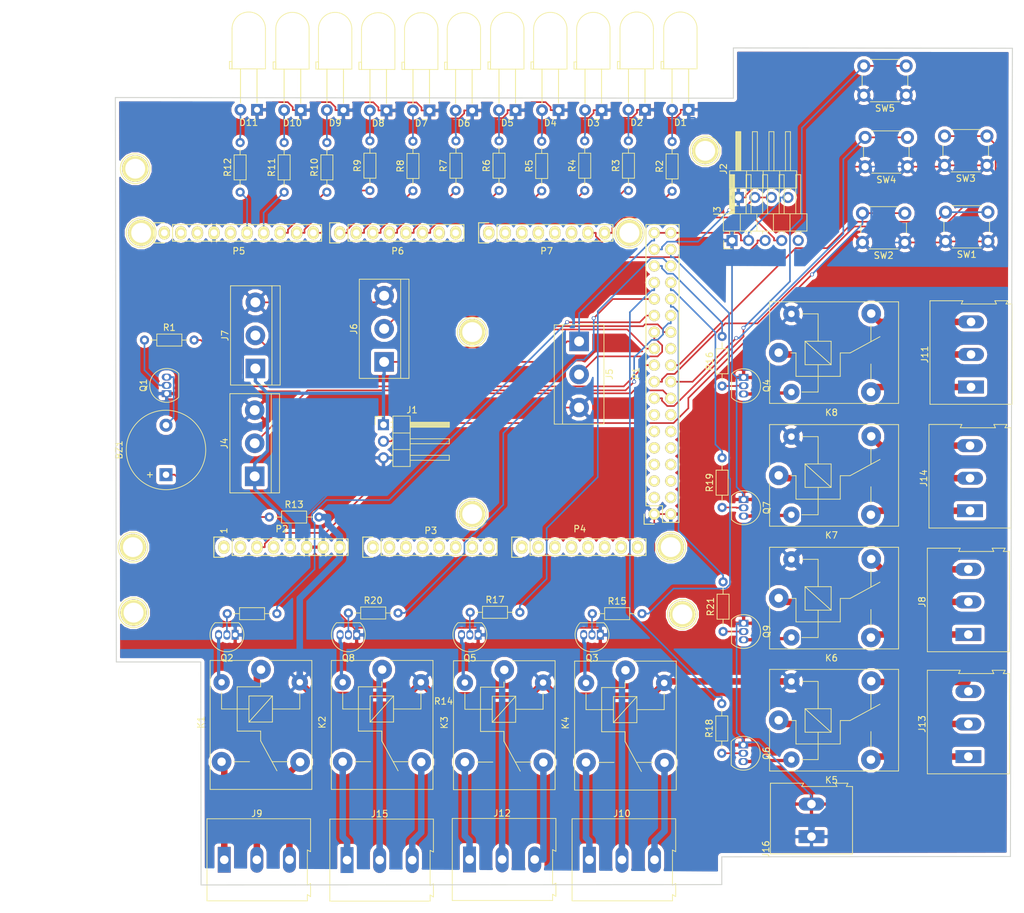
<source format=kicad_pcb>
(kicad_pcb (version 20171130) (host pcbnew "(5.0.2)-1")
  (title_block (date "mar. 31 mars 2015"))
  (layers (0 F.Cu signal) (31 B.Cu signal) (34 B.Paste user) (35 F.Paste user) (36 B.SilkS user) (37 F.SilkS user) (38 B.Mask user) (39 F.Mask user) (44 Edge.Cuts user))
  (net 0 "")
  (net 1 GND)
  (net 2 "/52(SCK)")
  (net 3 "/53(SS)")
  (net 4 "/50(MISO)")
  (net 5 "/51(MOSI)")
  (net 6 /48)
  (net 7 /49)
  (net 8 /46)
  (net 9 /47)
  (net 10 /44)
  (net 11 /45)
  (net 12 /42)
  (net 13 /43)
  (net 14 /40)
  (net 15 /41)
  (net 16 /38)
  (net 17 /39)
  (net 18 /36)
  (net 19 /37)
  (net 20 /34)
  (net 21 /35)
  (net 22 /32)
  (net 23 /33)
  (net 24 /30)
  (net 25 /31)
  (net 26 /28)
  (net 27 /29)
  (net 28 /26)
  (net 29 /27)
  (net 30 /24)
  (net 31 /25)
  (net 32 /22)
  (net 33 /23)
  (net 34 +5V)
  (net 35 /IOREF)
  (net 36 /Reset)
  (net 37 /Vin)
  (net 38 /A0)
  (net 39 /A1)
  (net 40 /A2)
  (net 41 /A3)
  (net 42 /A4)
  (net 43 /A5)
  (net 44 /A6)
  (net 45 /A7)
  (net 46 /A8)
  (net 47 /A9)
  (net 48 /A10)
  (net 49 /A11)
  (net 50 /A12)
  (net 51 /A13)
  (net 52 /A14)
  (net 53 /A15)
  (net 54 /SCL)
  (net 55 /SDA)
  (net 56 /AREF)
  (net 57 "/13(**)")
  (net 58 "/12(**)")
  (net 59 "/11(**)")
  (net 60 "/10(**)")
  (net 61 "/9(**)")
  (net 62 "/8(**)")
  (net 63 "/7(**)")
  (net 64 "/6(**)")
  (net 65 "/5(**)")
  (net 66 "/4(**)")
  (net 67 "/3(**)")
  (net 68 "/2(**)")
  (net 69 "/20(SDA)")
  (net 70 "/21(SCL)")
  (net 71 "Net-(P8-Pad1)")
  (net 72 "Net-(P9-Pad1)")
  (net 73 "Net-(P10-Pad1)")
  (net 74 "Net-(P11-Pad1)")
  (net 75 "Net-(P12-Pad1)")
  (net 76 "Net-(P13-Pad1)")
  (net 77 "Net-(P2-Pad1)")
  (net 78 +3V3)
  (net 79 "/1(Tx0)")
  (net 80 "/0(Rx0)")
  (net 81 "/14(Tx3)")
  (net 82 "/15(Rx3)")
  (net 83 "/16(Tx2)")
  (net 84 "/17(Rx2)")
  (net 85 "/18(Tx1)")
  (net 86 "/19(Rx1)")
  (net 87 "Net-(BZ1-Pad1)")
  (net 88 "Net-(BZ1-Pad2)")
  (net 89 "Net-(D1-Pad2)")
  (net 90 "Net-(D2-Pad2)")
  (net 91 "Net-(D3-Pad2)")
  (net 92 "Net-(D4-Pad2)")
  (net 93 "Net-(D5-Pad2)")
  (net 94 "Net-(D6-Pad2)")
  (net 95 "Net-(D7-Pad2)")
  (net 96 "Net-(D8-Pad2)")
  (net 97 "Net-(D9-Pad2)")
  (net 98 "Net-(D10-Pad2)")
  (net 99 "Net-(D11-Pad2)")
  (net 100 "Net-(J3-Pad5)")
  (net 101 "Net-(J8-Pad3)")
  (net 102 "Net-(J8-Pad2)")
  (net 103 "Net-(J8-Pad1)")
  (net 104 "Net-(J9-Pad1)")
  (net 105 "Net-(J9-Pad2)")
  (net 106 "Net-(J9-Pad3)")
  (net 107 "Net-(J10-Pad3)")
  (net 108 "Net-(J10-Pad2)")
  (net 109 "Net-(J10-Pad1)")
  (net 110 "Net-(J11-Pad1)")
  (net 111 "Net-(J11-Pad2)")
  (net 112 "Net-(J11-Pad3)")
  (net 113 "Net-(J12-Pad3)")
  (net 114 "Net-(J12-Pad2)")
  (net 115 "Net-(J12-Pad1)")
  (net 116 "Net-(J13-Pad1)")
  (net 117 "Net-(J13-Pad2)")
  (net 118 "Net-(J13-Pad3)")
  (net 119 "Net-(J14-Pad3)")
  (net 120 "Net-(J14-Pad2)")
  (net 121 "Net-(J14-Pad1)")
  (net 122 "Net-(J15-Pad1)")
  (net 123 "Net-(J15-Pad2)")
  (net 124 "Net-(J15-Pad3)")
  (net 125 "Net-(K1-Pad2)")
  (net 126 "Net-(K2-Pad2)")
  (net 127 "Net-(K3-Pad2)")
  (net 128 "Net-(K4-Pad2)")
  (net 129 "Net-(K5-Pad2)")
  (net 130 "Net-(K6-Pad2)")
  (net 131 "Net-(K7-Pad2)")
  (net 132 "Net-(K8-Pad2)")
  (net 133 "Net-(Q1-Pad2)")
  (net 134 "Net-(Q2-Pad2)")
  (net 135 "Net-(Q3-Pad2)")
  (net 136 "Net-(Q4-Pad2)")
  (net 137 "Net-(Q5-Pad2)")
  (net 138 "Net-(Q6-Pad2)")
  (net 139 "Net-(Q7-Pad2)")
  (net 140 "Net-(Q8-Pad2)")
  (net 141 "Net-(Q9-Pad2)")
  (module Relay_THT:Relay_SPDT_SANYOU_SRD_Series_Form_C (layer F.Cu) (at 216.459 145.694)
    (fp_text reference K5 (at 8.1 9.2) (layer F.SilkS))
    (fp_text value SANYOU_SRD_Form_C)
    (pad 1 thru_hole circle (at 0 0 90) (size 3 3) (drill 1.3) (layers *.Cu *.Mask) (net 117 "Net-(J13-Pad2)"))
    (pad 5 thru_hole circle (at 1.95 -5.95 90) (size 2.5 2.5) (drill 1) (layers *.Cu *.Mask) (net 37 /Vin))
    (pad 4 thru_hole circle (at 14.2 -6 90) (size 3 3) (drill 1.3) (layers *.Cu *.Mask) (net 118 "Net-(J13-Pad3)"))
    (pad 3 thru_hole circle (at 14.15 6.05 90) (size 3 3) (drill 1.3) (layers *.Cu *.Mask) (net 116 "Net-(J13-Pad1)"))
    (pad 2 thru_hole circle (at 1.95 6.05 90) (size 2.5 2.5) (drill 1) (layers *.Cu *.Mask) (net 129 "Net-(K5-Pad2)"))
  )
  (module Relay_THT:Relay_SPDT_SANYOU_SRD_Series_Form_C (layer F.Cu) (at 216.459 126.949)
    (fp_text reference K6 (at 8.1 9.2) (layer F.SilkS))
    (fp_text value SANYOU_SRD_Form_C)
    (pad 2 thru_hole circle (at 1.95 6.05 90) (size 2.5 2.5) (drill 1) (layers *.Cu *.Mask) (net 130 "Net-(K6-Pad2)"))
    (pad 3 thru_hole circle (at 14.15 6.05 90) (size 3 3) (drill 1.3) (layers *.Cu *.Mask) (net 103 "Net-(J8-Pad1)"))
    (pad 4 thru_hole circle (at 14.2 -6 90) (size 3 3) (drill 1.3) (layers *.Cu *.Mask) (net 101 "Net-(J8-Pad3)"))
    (pad 5 thru_hole circle (at 1.95 -5.95 90) (size 2.5 2.5) (drill 1) (layers *.Cu *.Mask) (net 37 /Vin))
    (pad 1 thru_hole circle (at 0 0 90) (size 3 3) (drill 1.3) (layers *.Cu *.Mask) (net 102 "Net-(J8-Pad2)"))
  )
  (module TerminalBlock:TerminalBlock_Altech_AK300-3_P5.00mm (layer F.Cu) (at 187.401 167.132)
    (fp_text reference J10 (at 5 -7.1) (layer F.SilkS))
    (fp_text value Conn_01x03_Female)
    (pad 3 thru_hole oval (at 10 0) (size 1.98 3.96) (drill 1.32) (layers *.Cu *.Mask) (net 107 "Net-(J10-Pad3)"))
    (pad 2 thru_hole oval (at 5 0) (size 1.98 3.96) (drill 1.32) (layers *.Cu *.Mask) (net 108 "Net-(J10-Pad2)"))
    (pad 1 thru_hole rect (at 0 0) (size 1.98 3.96) (drill 1.32) (layers *.Cu *.Mask) (net 109 "Net-(J10-Pad1)"))
  )
  (module Socket_Arduino_Mega:Arduino_1pin (layer F.Cu) (at 117.704 61.0108)
    (fp_text reference P16 hide)
    (fp_text value CONN_01X01 hide)
    (pad 1 thru_hole circle (at 0 0) (size 4.064 4.064) (drill 3.048) (layers *.Cu *.Mask F.SilkS))
  )
  (module Socket_Arduino_Mega:Arduino_1pin (layer F.Cu) (at 205.181 58.2676)
    (fp_text reference P17 hide)
    (fp_text value CONN_01X01 hide)
    (pad 1 thru_hole circle (at 0 0) (size 4.064 4.064) (drill 3.048) (layers *.Cu *.Mask F.SilkS))
  )
  (module Socket_Arduino_Mega:Arduino_1pin (layer F.Cu) (at 201.676 129.438)
    (fp_text reference P15 hide)
    (fp_text value CONN_01X01 hide)
    (pad 1 thru_hole circle (at 0 0) (size 4.064 4.064) (drill 3.048) (layers *.Cu *.Mask F.SilkS))
  )
  (module Socket_Arduino_Mega:Arduino_1pin (layer F.Cu) (at 117.45 129.184)
    (fp_text reference P14 hide)
    (fp_text value CONN_01X01 hide)
    (pad 1 thru_hole circle (at 0 0) (size 4.064 4.064) (drill 3.048) (layers *.Cu *.Mask F.SilkS))
  )
  (module Socket_Arduino_Mega:Socket_Strip_Arduino_2x18 (layer F.Cu) (at 197.358 114.046 90)
    (fp_text reference P1 (at 21.59 -2.794 90) (layer F.SilkS))
    (fp_text value Digital)
    (pad 1 thru_hole circle (at 0 0 90) (size 1.7272 1.7272) (drill 1.016) (layers *.Cu *.Mask F.SilkS) (net 1 GND))
    (pad 2 thru_hole oval (at 0 2.54 90) (size 1.7272 1.7272) (drill 1.016) (layers *.Cu *.Mask F.SilkS) (net 1 GND))
    (pad 3 thru_hole oval (at 2.54 0 90) (size 1.7272 1.7272) (drill 1.016) (layers *.Cu *.Mask F.SilkS) (net 2 "/52(SCK)"))
    (pad 4 thru_hole oval (at 2.54 2.54 90) (size 1.7272 1.7272) (drill 1.016) (layers *.Cu *.Mask F.SilkS) (net 3 "/53(SS)"))
    (pad 5 thru_hole oval (at 5.08 0 90) (size 1.7272 1.7272) (drill 1.016) (layers *.Cu *.Mask F.SilkS) (net 4 "/50(MISO)"))
    (pad 6 thru_hole oval (at 5.08 2.54 90) (size 1.7272 1.7272) (drill 1.016) (layers *.Cu *.Mask F.SilkS) (net 5 "/51(MOSI)"))
    (pad 7 thru_hole oval (at 7.62 0 90) (size 1.7272 1.7272) (drill 1.016) (layers *.Cu *.Mask F.SilkS) (net 6 /48))
    (pad 8 thru_hole oval (at 7.62 2.54 90) (size 1.7272 1.7272) (drill 1.016) (layers *.Cu *.Mask F.SilkS) (net 7 /49))
    (pad 9 thru_hole oval (at 10.16 0 90) (size 1.7272 1.7272) (drill 1.016) (layers *.Cu *.Mask F.SilkS) (net 8 /46))
    (pad 10 thru_hole oval (at 10.16 2.54 90) (size 1.7272 1.7272) (drill 1.016) (layers *.Cu *.Mask F.SilkS) (net 9 /47))
    (pad 11 thru_hole oval (at 12.7 0 90) (size 1.7272 1.7272) (drill 1.016) (layers *.Cu *.Mask F.SilkS) (net 10 /44))
    (pad 12 thru_hole oval (at 12.7 2.54 90) (size 1.7272 1.7272) (drill 1.016) (layers *.Cu *.Mask F.SilkS) (net 11 /45))
    (pad 13 thru_hole oval (at 15.24 0 90) (size 1.7272 1.7272) (drill 1.016) (layers *.Cu *.Mask F.SilkS) (net 12 /42))
    (pad 14 thru_hole oval (at 15.24 2.54 90) (size 1.7272 1.7272) (drill 1.016) (layers *.Cu *.Mask F.SilkS) (net 13 /43))
    (pad 15 thru_hole oval (at 17.78 0 90) (size 1.7272 1.7272) (drill 1.016) (layers *.Cu *.Mask F.SilkS) (net 14 /40))
    (pad 16 thru_hole oval (at 17.78 2.54 90) (size 1.7272 1.7272) (drill 1.016) (layers *.Cu *.Mask F.SilkS) (net 15 /41))
    (pad 17 thru_hole oval (at 20.32 0 90) (size 1.7272 1.7272) (drill 1.016) (layers *.Cu *.Mask F.SilkS) (net 16 /38))
    (pad 18 thru_hole oval (at 20.32 2.54 90) (size 1.7272 1.7272) (drill 1.016) (layers *.Cu *.Mask F.SilkS) (net 17 /39))
    (pad 19 thru_hole oval (at 22.86 0 90) (size 1.7272 1.7272) (drill 1.016) (layers *.Cu *.Mask F.SilkS) (net 18 /36))
    (pad 20 thru_hole oval (at 22.86 2.54 90) (size 1.7272 1.7272) (drill 1.016) (layers *.Cu *.Mask F.SilkS) (net 19 /37))
    (pad 21 thru_hole oval (at 25.4 0 90) (size 1.7272 1.7272) (drill 1.016) (layers *.Cu *.Mask F.SilkS) (net 20 /34))
    (pad 22 thru_hole oval (at 25.4 2.54 90) (size 1.7272 1.7272) (drill 1.016) (layers *.Cu *.Mask F.SilkS) (net 21 /35))
    (pad 23 thru_hole oval (at 27.94 0 90) (size 1.7272 1.7272) (drill 1.016) (layers *.Cu *.Mask F.SilkS) (net 22 /32))
    (pad 24 thru_hole oval (at 27.94 2.54 90) (size 1.7272 1.7272) (drill 1.016) (layers *.Cu *.Mask F.SilkS) (net 23 /33))
    (pad 25 thru_hole oval (at 30.48 0 90) (size 1.7272 1.7272) (drill 1.016) (layers *.Cu *.Mask F.SilkS) (net 24 /30))
    (pad 26 thru_hole oval (at 30.48 2.54 90) (size 1.7272 1.7272) (drill 1.016) (layers *.Cu *.Mask F.SilkS) (net 25 /31))
    (pad 27 thru_hole oval (at 33.02 0 90) (size 1.7272 1.7272) (drill 1.016) (layers *.Cu *.Mask F.SilkS) (net 26 /28))
    (pad 28 thru_hole oval (at 33.02 2.54 90) (size 1.7272 1.7272) (drill 1.016) (layers *.Cu *.Mask F.SilkS) (net 27 /29))
    (pad 29 thru_hole oval (at 35.56 0 90) (size 1.7272 1.7272) (drill 1.016) (layers *.Cu *.Mask F.SilkS) (net 28 /26))
    (pad 30 thru_hole oval (at 35.56 2.54 90) (size 1.7272 1.7272) (drill 1.016) (layers *.Cu *.Mask F.SilkS) (net 29 /27))
    (pad 31 thru_hole oval (at 38.1 0 90) (size 1.7272 1.7272) (drill 1.016) (layers *.Cu *.Mask F.SilkS) (net 30 /24))
    (pad 32 thru_hole oval (at 38.1 2.54 90) (size 1.7272 1.7272) (drill 1.016) (layers *.Cu *.Mask F.SilkS) (net 31 /25))
    (pad 33 thru_hole oval (at 40.64 0 90) (size 1.7272 1.7272) (drill 1.016) (layers *.Cu *.Mask F.SilkS) (net 32 /22))
    (pad 34 thru_hole oval (at 40.64 2.54 90) (size 1.7272 1.7272) (drill 1.016) (layers *.Cu *.Mask F.SilkS) (net 33 /23))
    (pad 35 thru_hole oval (at 43.18 0 90) (size 1.7272 1.7272) (drill 1.016) (layers *.Cu *.Mask F.SilkS) (net 34 +5V))
    (pad 36 thru_hole oval (at 43.18 2.54 90) (size 1.7272 1.7272) (drill 1.016) (layers *.Cu *.Mask F.SilkS) (net 34 +5V))
  )
  (module Socket_Arduino_Mega:Socket_Strip_Arduino_1x08 (layer F.Cu) (at 131.318 119.126)
    (fp_text reference P2 (at 8.89 -2.794) (layer F.SilkS))
    (fp_text value Power)
    (pad 1 thru_hole oval (at 0 0) (size 1.7272 2.032) (drill 1.016) (layers *.Cu *.Mask F.SilkS) (net 77 "Net-(P2-Pad1)"))
    (pad 2 thru_hole oval (at 2.54 0) (size 1.7272 2.032) (drill 1.016) (layers *.Cu *.Mask F.SilkS) (net 35 /IOREF))
    (pad 3 thru_hole oval (at 5.08 0) (size 1.7272 2.032) (drill 1.016) (layers *.Cu *.Mask F.SilkS) (net 36 /Reset))
    (pad 4 thru_hole oval (at 7.62 0) (size 1.7272 2.032) (drill 1.016) (layers *.Cu *.Mask F.SilkS) (net 78 +3V3))
    (pad 5 thru_hole oval (at 10.16 0) (size 1.7272 2.032) (drill 1.016) (layers *.Cu *.Mask F.SilkS) (net 34 +5V))
    (pad 6 thru_hole oval (at 12.7 0) (size 1.7272 2.032) (drill 1.016) (layers *.Cu *.Mask F.SilkS) (net 1 GND))
    (pad 7 thru_hole oval (at 15.24 0) (size 1.7272 2.032) (drill 1.016) (layers *.Cu *.Mask F.SilkS) (net 1 GND))
    (pad 8 thru_hole oval (at 17.78 0) (size 1.7272 2.032) (drill 1.016) (layers *.Cu *.Mask F.SilkS) (net 37 /Vin))
  )
  (module Socket_Arduino_Mega:Socket_Strip_Arduino_1x08 (layer F.Cu) (at 154.178 119.126)
    (fp_text reference P3 (at 8.89 -2.54) (layer F.SilkS))
    (fp_text value Analog)
    (pad 1 thru_hole oval (at 0 0) (size 1.7272 2.032) (drill 1.016) (layers *.Cu *.Mask F.SilkS) (net 38 /A0))
    (pad 2 thru_hole oval (at 2.54 0) (size 1.7272 2.032) (drill 1.016) (layers *.Cu *.Mask F.SilkS) (net 39 /A1))
    (pad 3 thru_hole oval (at 5.08 0) (size 1.7272 2.032) (drill 1.016) (layers *.Cu *.Mask F.SilkS) (net 40 /A2))
    (pad 4 thru_hole oval (at 7.62 0) (size 1.7272 2.032) (drill 1.016) (layers *.Cu *.Mask F.SilkS) (net 41 /A3))
    (pad 5 thru_hole oval (at 10.16 0) (size 1.7272 2.032) (drill 1.016) (layers *.Cu *.Mask F.SilkS) (net 42 /A4))
    (pad 6 thru_hole oval (at 12.7 0) (size 1.7272 2.032) (drill 1.016) (layers *.Cu *.Mask F.SilkS) (net 43 /A5))
    (pad 7 thru_hole oval (at 15.24 0) (size 1.7272 2.032) (drill 1.016) (layers *.Cu *.Mask F.SilkS) (net 44 /A6))
    (pad 8 thru_hole oval (at 17.78 0) (size 1.7272 2.032) (drill 1.016) (layers *.Cu *.Mask F.SilkS) (net 45 /A7))
  )
  (module Socket_Arduino_Mega:Socket_Strip_Arduino_1x08 (layer F.Cu) (at 177.038 119.126)
    (fp_text reference P4 (at 8.89 -2.794) (layer F.SilkS))
    (fp_text value Analog)
    (pad 1 thru_hole oval (at 0 0) (size 1.7272 2.032) (drill 1.016) (layers *.Cu *.Mask F.SilkS) (net 46 /A8))
    (pad 2 thru_hole oval (at 2.54 0) (size 1.7272 2.032) (drill 1.016) (layers *.Cu *.Mask F.SilkS) (net 47 /A9))
    (pad 3 thru_hole oval (at 5.08 0) (size 1.7272 2.032) (drill 1.016) (layers *.Cu *.Mask F.SilkS) (net 48 /A10))
    (pad 4 thru_hole oval (at 7.62 0) (size 1.7272 2.032) (drill 1.016) (layers *.Cu *.Mask F.SilkS) (net 49 /A11))
    (pad 5 thru_hole oval (at 10.16 0) (size 1.7272 2.032) (drill 1.016) (layers *.Cu *.Mask F.SilkS) (net 50 /A12))
    (pad 6 thru_hole oval (at 12.7 0) (size 1.7272 2.032) (drill 1.016) (layers *.Cu *.Mask F.SilkS) (net 51 /A13))
    (pad 7 thru_hole oval (at 15.24 0) (size 1.7272 2.032) (drill 1.016) (layers *.Cu *.Mask F.SilkS) (net 52 /A14))
    (pad 8 thru_hole oval (at 17.78 0) (size 1.7272 2.032) (drill 1.016) (layers *.Cu *.Mask F.SilkS) (net 53 /A15))
  )
  (module Socket_Arduino_Mega:Socket_Strip_Arduino_1x10 (layer F.Cu) (at 122.174 70.866)
    (fp_text reference P5 (at 11.43 2.794) (layer F.SilkS))
    (fp_text value PWM)
    (pad 1 thru_hole oval (at 0 0) (size 1.7272 2.032) (drill 1.016) (layers *.Cu *.Mask F.SilkS) (net 54 /SCL))
    (pad 2 thru_hole oval (at 2.54 0) (size 1.7272 2.032) (drill 1.016) (layers *.Cu *.Mask F.SilkS) (net 55 /SDA))
    (pad 3 thru_hole oval (at 5.08 0) (size 1.7272 2.032) (drill 1.016) (layers *.Cu *.Mask F.SilkS) (net 56 /AREF))
    (pad 4 thru_hole oval (at 7.62 0) (size 1.7272 2.032) (drill 1.016) (layers *.Cu *.Mask F.SilkS) (net 1 GND))
    (pad 5 thru_hole oval (at 10.16 0) (size 1.7272 2.032) (drill 1.016) (layers *.Cu *.Mask F.SilkS) (net 57 "/13(**)"))
    (pad 6 thru_hole oval (at 12.7 0) (size 1.7272 2.032) (drill 1.016) (layers *.Cu *.Mask F.SilkS) (net 58 "/12(**)"))
    (pad 7 thru_hole oval (at 15.24 0) (size 1.7272 2.032) (drill 1.016) (layers *.Cu *.Mask F.SilkS) (net 59 "/11(**)"))
    (pad 8 thru_hole oval (at 17.78 0) (size 1.7272 2.032) (drill 1.016) (layers *.Cu *.Mask F.SilkS) (net 60 "/10(**)"))
    (pad 9 thru_hole oval (at 20.32 0) (size 1.7272 2.032) (drill 1.016) (layers *.Cu *.Mask F.SilkS) (net 61 "/9(**)"))
    (pad 10 thru_hole oval (at 22.86 0) (size 1.7272 2.032) (drill 1.016) (layers *.Cu *.Mask F.SilkS) (net 62 "/8(**)"))
  )
  (module Socket_Arduino_Mega:Socket_Strip_Arduino_1x08 (layer F.Cu) (at 149.098 70.866)
    (fp_text reference P6 (at 8.89 2.794) (layer F.SilkS))
    (fp_text value PWM)
    (pad 1 thru_hole oval (at 0 0) (size 1.7272 2.032) (drill 1.016) (layers *.Cu *.Mask F.SilkS) (net 63 "/7(**)"))
    (pad 2 thru_hole oval (at 2.54 0) (size 1.7272 2.032) (drill 1.016) (layers *.Cu *.Mask F.SilkS) (net 64 "/6(**)"))
    (pad 3 thru_hole oval (at 5.08 0) (size 1.7272 2.032) (drill 1.016) (layers *.Cu *.Mask F.SilkS) (net 65 "/5(**)"))
    (pad 4 thru_hole oval (at 7.62 0) (size 1.7272 2.032) (drill 1.016) (layers *.Cu *.Mask F.SilkS) (net 66 "/4(**)"))
    (pad 5 thru_hole oval (at 10.16 0) (size 1.7272 2.032) (drill 1.016) (layers *.Cu *.Mask F.SilkS) (net 67 "/3(**)"))
    (pad 6 thru_hole oval (at 12.7 0) (size 1.7272 2.032) (drill 1.016) (layers *.Cu *.Mask F.SilkS) (net 68 "/2(**)"))
    (pad 7 thru_hole oval (at 15.24 0) (size 1.7272 2.032) (drill 1.016) (layers *.Cu *.Mask F.SilkS) (net 79 "/1(Tx0)"))
    (pad 8 thru_hole oval (at 17.78 0) (size 1.7272 2.032) (drill 1.016) (layers *.Cu *.Mask F.SilkS) (net 80 "/0(Rx0)"))
  )
  (module Socket_Arduino_Mega:Socket_Strip_Arduino_1x08 (layer F.Cu) (at 171.958 70.866)
    (fp_text reference P7 (at 8.89 2.794) (layer F.SilkS))
    (fp_text value Communication)
    (pad 1 thru_hole oval (at 0 0) (size 1.7272 2.032) (drill 1.016) (layers *.Cu *.Mask F.SilkS) (net 81 "/14(Tx3)"))
    (pad 2 thru_hole oval (at 2.54 0) (size 1.7272 2.032) (drill 1.016) (layers *.Cu *.Mask F.SilkS) (net 82 "/15(Rx3)"))
    (pad 3 thru_hole oval (at 5.08 0) (size 1.7272 2.032) (drill 1.016) (layers *.Cu *.Mask F.SilkS) (net 83 "/16(Tx2)"))
    (pad 4 thru_hole oval (at 7.62 0) (size 1.7272 2.032) (drill 1.016) (layers *.Cu *.Mask F.SilkS) (net 84 "/17(Rx2)"))
    (pad 5 thru_hole oval (at 10.16 0) (size 1.7272 2.032) (drill 1.016) (layers *.Cu *.Mask F.SilkS) (net 85 "/18(Tx1)"))
    (pad 6 thru_hole oval (at 12.7 0) (size 1.7272 2.032) (drill 1.016) (layers *.Cu *.Mask F.SilkS) (net 86 "/19(Rx1)"))
    (pad 7 thru_hole oval (at 15.24 0) (size 1.7272 2.032) (drill 1.016) (layers *.Cu *.Mask F.SilkS) (net 69 "/20(SDA)"))
    (pad 8 thru_hole oval (at 17.78 0) (size 1.7272 2.032) (drill 1.016) (layers *.Cu *.Mask F.SilkS) (net 70 "/21(SCL)"))
  )
  (module Socket_Arduino_Mega:Arduino_1pin (layer F.Cu) (at 117.348 119.126)
    (fp_text reference P8 hide)
    (fp_text value CONN_01X01 hide)
    (pad 1 thru_hole circle (at 0 0) (size 4.064 4.064) (drill 3.048) (layers *.Cu *.Mask F.SilkS) (net 71 "Net-(P8-Pad1)"))
  )
  (module Socket_Arduino_Mega:Arduino_1pin (layer F.Cu) (at 169.418 114.046)
    (fp_text reference P9 hide)
    (fp_text value CONN_01X01 hide)
    (pad 1 thru_hole circle (at 0 0) (size 4.064 4.064) (drill 3.048) (layers *.Cu *.Mask F.SilkS) (net 72 "Net-(P9-Pad1)"))
  )
  (module Socket_Arduino_Mega:Arduino_1pin (layer F.Cu) (at 199.898 119.126)
    (fp_text reference P10 hide)
    (fp_text value CONN_01X01 hide)
    (pad 1 thru_hole circle (at 0 0) (size 4.064 4.064) (drill 3.048) (layers *.Cu *.Mask F.SilkS) (net 73 "Net-(P10-Pad1)"))
  )
  (module Socket_Arduino_Mega:Arduino_1pin (layer F.Cu) (at 118.618 70.866)
    (fp_text reference P11 hide)
    (fp_text value CONN_01X01 hide)
    (pad 1 thru_hole circle (at 0 0) (size 4.064 4.064) (drill 3.048) (layers *.Cu *.Mask F.SilkS) (net 74 "Net-(P11-Pad1)"))
  )
  (module Socket_Arduino_Mega:Arduino_1pin (layer F.Cu) (at 169.418 86.106)
    (fp_text reference P12 hide)
    (fp_text value CONN_01X01 hide)
    (pad 1 thru_hole circle (at 0 0) (size 4.064 4.064) (drill 3.048) (layers *.Cu *.Mask F.SilkS) (net 75 "Net-(P12-Pad1)"))
  )
  (module Socket_Arduino_Mega:Arduino_1pin (layer F.Cu) (at 193.548 70.866)
    (fp_text reference P13 hide)
    (fp_text value CONN_01X01 hide)
    (pad 1 thru_hole circle (at 0 0) (size 4.064 4.064) (drill 3.048) (layers *.Cu *.Mask F.SilkS) (net 76 "Net-(P13-Pad1)"))
  )
  (module Buzzer_Beeper:Buzzer_12x9.5RM7.6 (layer F.Cu) (at 122.428 108.001 90)
    (fp_text reference BZ1 (at 3.8 -7.2 90) (layer F.SilkS))
    (fp_text value Buzzer)
    (fp_text user + (at -0.01 -2.54 90) (layer F.SilkS))
    (pad 1 thru_hole rect (at 0 0 90) (size 2 2) (drill 1) (layers *.Cu *.Mask) (net 87 "Net-(BZ1-Pad1)"))
    (pad 2 thru_hole circle (at 7.6 0 90) (size 2 2) (drill 1) (layers *.Cu *.Mask) (net 88 "Net-(BZ1-Pad2)"))
  )
  (module LED_THT:LED_D5.0mm_Horizontal_O6.35mm_Z3.0mm (layer F.Cu) (at 202.641 51.9684 180)
    (fp_text reference D1 (at 1.27 -1.96 180) (layer F.SilkS))
    (fp_text value LED)
    (pad 1 thru_hole rect (at 0 0 180) (size 1.8 1.8) (drill 0.9) (layers *.Cu *.Mask) (net 1 GND))
    (pad 2 thru_hole circle (at 2.54 0 180) (size 1.8 1.8) (drill 0.9) (layers *.Cu *.Mask) (net 89 "Net-(D1-Pad2)"))
  )
  (module LED_THT:LED_D5.0mm_Horizontal_O6.35mm_Z3.0mm (layer F.Cu) (at 195.936 51.9684 180)
    (fp_text reference D2 (at 1.27 -1.96 180) (layer F.SilkS))
    (fp_text value LED)
    (pad 2 thru_hole circle (at 2.54 0 180) (size 1.8 1.8) (drill 0.9) (layers *.Cu *.Mask) (net 90 "Net-(D2-Pad2)"))
    (pad 1 thru_hole rect (at 0 0 180) (size 1.8 1.8) (drill 0.9) (layers *.Cu *.Mask) (net 1 GND))
  )
  (module LED_THT:LED_D5.0mm_Horizontal_O6.35mm_Z3.0mm (layer F.Cu) (at 189.281 52.0192 180)
    (fp_text reference D3 (at 1.27 -1.96 180) (layer F.SilkS))
    (fp_text value LED)
    (pad 1 thru_hole rect (at 0 0 180) (size 1.8 1.8) (drill 0.9) (layers *.Cu *.Mask) (net 1 GND))
    (pad 2 thru_hole circle (at 2.54 0 180) (size 1.8 1.8) (drill 0.9) (layers *.Cu *.Mask) (net 91 "Net-(D3-Pad2)"))
  )
  (module LED_THT:LED_D5.0mm_Horizontal_O6.35mm_Z3.0mm (layer F.Cu) (at 182.677 52.0192 180)
    (fp_text reference D4 (at 1.27 -1.96 180) (layer F.SilkS))
    (fp_text value LED)
    (pad 2 thru_hole circle (at 2.54 0 180) (size 1.8 1.8) (drill 0.9) (layers *.Cu *.Mask) (net 92 "Net-(D4-Pad2)"))
    (pad 1 thru_hole rect (at 0 0 180) (size 1.8 1.8) (drill 0.9) (layers *.Cu *.Mask) (net 1 GND))
  )
  (module LED_THT:LED_D5.0mm_Horizontal_O6.35mm_Z3.0mm (layer F.Cu) (at 176.073 52.0192 180)
    (fp_text reference D5 (at 1.27 -1.96 180) (layer F.SilkS))
    (fp_text value LED)
    (pad 1 thru_hole rect (at 0 0 180) (size 1.8 1.8) (drill 0.9) (layers *.Cu *.Mask) (net 1 GND))
    (pad 2 thru_hole circle (at 2.54 0 180) (size 1.8 1.8) (drill 0.9) (layers *.Cu *.Mask) (net 93 "Net-(D5-Pad2)"))
  )
  (module LED_THT:LED_D5.0mm_Horizontal_O6.35mm_Z3.0mm (layer F.Cu) (at 169.418 52.07 180)
    (fp_text reference D6 (at 1.27 -1.96 180) (layer F.SilkS))
    (fp_text value LED)
    (pad 1 thru_hole rect (at 0 0 180) (size 1.8 1.8) (drill 0.9) (layers *.Cu *.Mask) (net 1 GND))
    (pad 2 thru_hole circle (at 2.54 0 180) (size 1.8 1.8) (drill 0.9) (layers *.Cu *.Mask) (net 94 "Net-(D6-Pad2)"))
  )
  (module LED_THT:LED_D5.0mm_Horizontal_O6.35mm_Z3.0mm (layer F.Cu) (at 162.865 52.07 180)
    (fp_text reference D7 (at 1.27 -1.96 180) (layer F.SilkS))
    (fp_text value LED)
    (pad 2 thru_hole circle (at 2.54 0 180) (size 1.8 1.8) (drill 0.9) (layers *.Cu *.Mask) (net 95 "Net-(D7-Pad2)"))
    (pad 1 thru_hole rect (at 0 0 180) (size 1.8 1.8) (drill 0.9) (layers *.Cu *.Mask) (net 1 GND))
  )
  (module LED_THT:LED_D5.0mm_Horizontal_O6.35mm_Z3.0mm (layer F.Cu) (at 156.261 52.07 180)
    (fp_text reference D8 (at 1.27 -1.96 180) (layer F.SilkS))
    (fp_text value LED)
    (pad 2 thru_hole circle (at 2.54 0 180) (size 1.8 1.8) (drill 0.9) (layers *.Cu *.Mask) (net 96 "Net-(D8-Pad2)"))
    (pad 1 thru_hole rect (at 0 0 180) (size 1.8 1.8) (drill 0.9) (layers *.Cu *.Mask) (net 1 GND))
  )
  (module LED_THT:LED_D5.0mm_Horizontal_O6.35mm_Z3.0mm (layer F.Cu) (at 149.657 52.0192 180)
    (fp_text reference D9 (at 1.27 -1.96 180) (layer F.SilkS))
    (fp_text value LED)
    (pad 2 thru_hole circle (at 2.54 0 180) (size 1.8 1.8) (drill 0.9) (layers *.Cu *.Mask) (net 97 "Net-(D9-Pad2)"))
    (pad 1 thru_hole rect (at 0 0 180) (size 1.8 1.8) (drill 0.9) (layers *.Cu *.Mask) (net 1 GND))
  )
  (module LED_THT:LED_D5.0mm_Horizontal_O6.35mm_Z3.0mm (layer F.Cu) (at 143.104 52.0192 180)
    (fp_text reference D10 (at 1.27 -1.96 180) (layer F.SilkS))
    (fp_text value LED)
    (pad 1 thru_hole rect (at 0 0 180) (size 1.8 1.8) (drill 0.9) (layers *.Cu *.Mask) (net 1 GND))
    (pad 2 thru_hole circle (at 2.54 0 180) (size 1.8 1.8) (drill 0.9) (layers *.Cu *.Mask) (net 98 "Net-(D10-Pad2)"))
  )
  (module LED_THT:LED_D5.0mm_Horizontal_O6.35mm_Z3.0mm (layer F.Cu) (at 136.398 51.9684 180)
    (fp_text reference D11 (at 1.27 -1.96 180) (layer F.SilkS))
    (fp_text value LED)
    (pad 1 thru_hole rect (at 0 0 180) (size 1.8 1.8) (drill 0.9) (layers *.Cu *.Mask) (net 1 GND))
    (pad 2 thru_hole circle (at 2.54 0 180) (size 1.8 1.8) (drill 0.9) (layers *.Cu *.Mask) (net 99 "Net-(D11-Pad2)"))
  )
  (module Connector_PinHeader_2.54mm:PinHeader_1x03_P2.54mm_Horizontal (layer F.Cu) (at 155.804 100.33)
    (fp_text reference J1 (at 4.385 -2.27) (layer F.SilkS))
    (fp_text value Conn_01x03_Female)
    (pad 1 thru_hole rect (at 0 0) (size 1.7 1.7) (drill 1) (layers *.Cu *.Mask) (net 34 +5V))
    (pad 2 thru_hole oval (at 0 2.54) (size 1.7 1.7) (drill 1) (layers *.Cu *.Mask) (net 15 /41))
    (pad 3 thru_hole oval (at 0 5.08) (size 1.7 1.7) (drill 1) (layers *.Cu *.Mask) (net 1 GND))
  )
  (module Connector_PinHeader_2.54mm:PinHeader_1x04_P2.54mm_Horizontal (layer F.Cu) (at 210.261 65.4304 90)
    (fp_text reference J2 (at 4.385 -2.27 90) (layer F.SilkS))
    (fp_text value Conn_01x04)
    (pad 1 thru_hole rect (at 0 0 90) (size 1.7 1.7) (drill 1) (layers *.Cu *.Mask) (net 1 GND))
    (pad 2 thru_hole oval (at 0 2.54 90) (size 1.7 1.7) (drill 1) (layers *.Cu *.Mask) (net 32 /22))
    (pad 3 thru_hole oval (at 0 5.08 90) (size 1.7 1.7) (drill 1) (layers *.Cu *.Mask) (net 32 /22))
    (pad 4 thru_hole oval (at 0 7.62 90) (size 1.7 1.7) (drill 1) (layers *.Cu *.Mask) (net 34 +5V))
  )
  (module Connector_PinHeader_2.54mm:PinHeader_1x05_P2.54mm_Horizontal (layer F.Cu) (at 209.296 72.0344 90)
    (fp_text reference J3 (at 4.385 -2.27 90) (layer F.SilkS))
    (fp_text value Conn_01x05)
    (pad 1 thru_hole rect (at 0 0 90) (size 1.7 1.7) (drill 1) (layers *.Cu *.Mask) (net 1 GND))
    (pad 2 thru_hole oval (at 0 2.54 90) (size 1.7 1.7) (drill 1) (layers *.Cu *.Mask) (net 34 +5V))
    (pad 3 thru_hole oval (at 0 5.08 90) (size 1.7 1.7) (drill 1) (layers *.Cu *.Mask) (net 69 "/20(SDA)"))
    (pad 4 thru_hole oval (at 0 7.62 90) (size 1.7 1.7) (drill 1) (layers *.Cu *.Mask) (net 70 "/21(SCL)"))
    (pad 5 thru_hole oval (at 0 10.16 90) (size 1.7 1.7) (drill 1) (layers *.Cu *.Mask) (net 100 "Net-(J3-Pad5)"))
  )
  (module TerminalBlock:TerminalBlock_bornier-3_P5.08mm (layer F.Cu) (at 136.042 108.255 90)
    (fp_text reference J4 (at 5.05 -4.65 90) (layer F.SilkS))
    (fp_text value Conn_01x03_Male)
    (pad 3 thru_hole circle (at 10.16 0 90) (size 3 3) (drill 1.52) (layers *.Cu *.Mask) (net 1 GND))
    (pad 2 thru_hole circle (at 5.08 0 90) (size 3 3) (drill 1.52) (layers *.Cu *.Mask) (net 25 /31))
    (pad 1 thru_hole rect (at 0 0 90) (size 3 3) (drill 1.52) (layers *.Cu *.Mask) (net 34 +5V))
  )
  (module TerminalBlock:TerminalBlock_bornier-3_P5.08mm (layer F.Cu) (at 185.826 87.5284 270)
    (fp_text reference J5 (at 5.05 -4.65 270) (layer F.SilkS))
    (fp_text value Conn_01x03_Male)
    (pad 1 thru_hole rect (at 0 0 270) (size 3 3) (drill 1.52) (layers *.Cu *.Mask) (net 34 +5V))
    (pad 2 thru_hole circle (at 5.08 0 270) (size 3 3) (drill 1.52) (layers *.Cu *.Mask) (net 22 /32))
    (pad 3 thru_hole circle (at 10.16 0 270) (size 3 3) (drill 1.52) (layers *.Cu *.Mask) (net 1 GND))
  )
  (module TerminalBlock:TerminalBlock_bornier-3_P5.08mm (layer F.Cu) (at 155.905 90.678 90)
    (fp_text reference J6 (at 5.05 -4.65 90) (layer F.SilkS))
    (fp_text value Conn_01x03_Male)
    (pad 3 thru_hole circle (at 10.16 0 90) (size 3 3) (drill 1.52) (layers *.Cu *.Mask) (net 1 GND))
    (pad 2 thru_hole circle (at 5.08 0 90) (size 3 3) (drill 1.52) (layers *.Cu *.Mask) (net 23 /33))
    (pad 1 thru_hole rect (at 0 0 90) (size 3 3) (drill 1.52) (layers *.Cu *.Mask) (net 34 +5V))
  )
  (module TerminalBlock:TerminalBlock_bornier-3_P5.08mm (layer F.Cu) (at 136.144 91.694 90)
    (fp_text reference J7 (at 5.05 -4.65 90) (layer F.SilkS))
    (fp_text value Conn_01x03_Male)
    (pad 1 thru_hole rect (at 0 0 90) (size 3 3) (drill 1.52) (layers *.Cu *.Mask) (net 34 +5V))
    (pad 2 thru_hole circle (at 5.08 0 90) (size 3 3) (drill 1.52) (layers *.Cu *.Mask) (net 20 /34))
    (pad 3 thru_hole circle (at 10.16 0 90) (size 3 3) (drill 1.52) (layers *.Cu *.Mask) (net 1 GND))
  )
  (module TerminalBlock:TerminalBlock_Altech_AK300-3_P5.00mm (layer F.Cu) (at 245.567 132.537 90)
    (fp_text reference J8 (at 5 -7.1 90) (layer F.SilkS))
    (fp_text value Conn_01x03_Female)
    (pad 3 thru_hole oval (at 10 0 90) (size 1.98 3.96) (drill 1.32) (layers *.Cu *.Mask) (net 101 "Net-(J8-Pad3)"))
    (pad 2 thru_hole oval (at 5 0 90) (size 1.98 3.96) (drill 1.32) (layers *.Cu *.Mask) (net 102 "Net-(J8-Pad2)"))
    (pad 1 thru_hole rect (at 0 0 90) (size 1.98 3.96) (drill 1.32) (layers *.Cu *.Mask) (net 103 "Net-(J8-Pad1)"))
  )
  (module TerminalBlock:TerminalBlock_Altech_AK300-3_P5.00mm (layer F.Cu) (at 131.369 167.132)
    (fp_text reference J9 (at 5 -7.1) (layer F.SilkS))
    (fp_text value Conn_01x03_Female)
    (pad 1 thru_hole rect (at 0 0) (size 1.98 3.96) (drill 1.32) (layers *.Cu *.Mask) (net 104 "Net-(J9-Pad1)"))
    (pad 2 thru_hole oval (at 5 0) (size 1.98 3.96) (drill 1.32) (layers *.Cu *.Mask) (net 105 "Net-(J9-Pad2)"))
    (pad 3 thru_hole oval (at 10 0) (size 1.98 3.96) (drill 1.32) (layers *.Cu *.Mask) (net 106 "Net-(J9-Pad3)"))
  )
  (module TerminalBlock:TerminalBlock_Altech_AK300-3_P5.00mm (layer F.Cu) (at 245.974 94.5388 90)
    (fp_text reference J11 (at 5 -7.1 90) (layer F.SilkS))
    (fp_text value Conn_01x03_Female)
    (pad 1 thru_hole rect (at 0 0 90) (size 1.98 3.96) (drill 1.32) (layers *.Cu *.Mask) (net 110 "Net-(J11-Pad1)"))
    (pad 2 thru_hole oval (at 5 0 90) (size 1.98 3.96) (drill 1.32) (layers *.Cu *.Mask) (net 111 "Net-(J11-Pad2)"))
    (pad 3 thru_hole oval (at 10 0 90) (size 1.98 3.96) (drill 1.32) (layers *.Cu *.Mask) (net 112 "Net-(J11-Pad3)"))
  )
  (module TerminalBlock:TerminalBlock_Altech_AK300-3_P5.00mm (layer F.Cu) (at 169.012 167.081)
    (fp_text reference J12 (at 5 -7.1) (layer F.SilkS))
    (fp_text value Conn_01x03_Female)
    (pad 3 thru_hole oval (at 10 0) (size 1.98 3.96) (drill 1.32) (layers *.Cu *.Mask) (net 113 "Net-(J12-Pad3)"))
    (pad 2 thru_hole oval (at 5 0) (size 1.98 3.96) (drill 1.32) (layers *.Cu *.Mask) (net 114 "Net-(J12-Pad2)"))
    (pad 1 thru_hole rect (at 0 0) (size 1.98 3.96) (drill 1.32) (layers *.Cu *.Mask) (net 115 "Net-(J12-Pad1)"))
  )
  (module TerminalBlock:TerminalBlock_Altech_AK300-3_P5.00mm (layer F.Cu) (at 245.567 151.282 90)
    (fp_text reference J13 (at 5 -7.1 90) (layer F.SilkS))
    (fp_text value Conn_01x03_Female)
    (pad 1 thru_hole rect (at 0 0 90) (size 1.98 3.96) (drill 1.32) (layers *.Cu *.Mask) (net 116 "Net-(J13-Pad1)"))
    (pad 2 thru_hole oval (at 5 0 90) (size 1.98 3.96) (drill 1.32) (layers *.Cu *.Mask) (net 117 "Net-(J13-Pad2)"))
    (pad 3 thru_hole oval (at 10 0 90) (size 1.98 3.96) (drill 1.32) (layers *.Cu *.Mask) (net 118 "Net-(J13-Pad3)"))
  )
  (module TerminalBlock:TerminalBlock_Altech_AK300-3_P5.00mm (layer F.Cu) (at 245.821 113.538 90)
    (fp_text reference J14 (at 5 -7.1 90) (layer F.SilkS))
    (fp_text value Conn_01x03_Female)
    (pad 3 thru_hole oval (at 10 0 90) (size 1.98 3.96) (drill 1.32) (layers *.Cu *.Mask) (net 119 "Net-(J14-Pad3)"))
    (pad 2 thru_hole oval (at 5 0 90) (size 1.98 3.96) (drill 1.32) (layers *.Cu *.Mask) (net 120 "Net-(J14-Pad2)"))
    (pad 1 thru_hole rect (at 0 0 90) (size 1.98 3.96) (drill 1.32) (layers *.Cu *.Mask) (net 121 "Net-(J14-Pad1)"))
  )
  (module TerminalBlock:TerminalBlock_Altech_AK300-3_P5.00mm (layer F.Cu) (at 150.216 167.183)
    (fp_text reference J15 (at 5 -7.1) (layer F.SilkS))
    (fp_text value Conn_01x03_Female)
    (pad 1 thru_hole rect (at 0 0) (size 1.98 3.96) (drill 1.32) (layers *.Cu *.Mask) (net 122 "Net-(J15-Pad1)"))
    (pad 2 thru_hole oval (at 5 0) (size 1.98 3.96) (drill 1.32) (layers *.Cu *.Mask) (net 123 "Net-(J15-Pad2)"))
    (pad 3 thru_hole oval (at 10 0) (size 1.98 3.96) (drill 1.32) (layers *.Cu *.Mask) (net 124 "Net-(J15-Pad3)"))
  )
  (module Relay_THT:Relay_SPDT_SANYOU_SRD_Series_Form_C (layer F.Cu) (at 137.008 137.922 270)
    (fp_text reference K1 (at 8.1 9.2 270) (layer F.SilkS))
    (fp_text value SANYOU_SRD_Form_C)
    (pad 2 thru_hole circle (at 1.95 6.05) (size 2.5 2.5) (drill 1) (layers *.Cu *.Mask) (net 125 "Net-(K1-Pad2)"))
    (pad 3 thru_hole circle (at 14.15 6.05) (size 3 3) (drill 1.3) (layers *.Cu *.Mask) (net 104 "Net-(J9-Pad1)"))
    (pad 4 thru_hole circle (at 14.2 -6) (size 3 3) (drill 1.3) (layers *.Cu *.Mask) (net 106 "Net-(J9-Pad3)"))
    (pad 5 thru_hole circle (at 1.95 -5.95) (size 2.5 2.5) (drill 1) (layers *.Cu *.Mask) (net 37 /Vin))
    (pad 1 thru_hole circle (at 0 0) (size 3 3) (drill 1.3) (layers *.Cu *.Mask) (net 105 "Net-(J9-Pad2)"))
  )
  (module Relay_THT:Relay_SPDT_SANYOU_SRD_Series_Form_C (layer F.Cu) (at 155.6 137.922 270)
    (fp_text reference K2 (at 8.1 9.2 270) (layer F.SilkS))
    (fp_text value SANYOU_SRD_Form_C)
    (pad 1 thru_hole circle (at 0 0) (size 3 3) (drill 1.3) (layers *.Cu *.Mask) (net 123 "Net-(J15-Pad2)"))
    (pad 5 thru_hole circle (at 1.95 -5.95) (size 2.5 2.5) (drill 1) (layers *.Cu *.Mask) (net 37 /Vin))
    (pad 4 thru_hole circle (at 14.2 -6) (size 3 3) (drill 1.3) (layers *.Cu *.Mask) (net 124 "Net-(J15-Pad3)"))
    (pad 3 thru_hole circle (at 14.15 6.05) (size 3 3) (drill 1.3) (layers *.Cu *.Mask) (net 122 "Net-(J15-Pad1)"))
    (pad 2 thru_hole circle (at 1.95 6.05) (size 2.5 2.5) (drill 1) (layers *.Cu *.Mask) (net 126 "Net-(K2-Pad2)"))
  )
  (module Relay_THT:Relay_SPDT_SANYOU_SRD_Series_Form_C (layer F.Cu) (at 174.346 137.973 270)
    (fp_text reference K3 (at 8.1 9.2 270) (layer F.SilkS))
    (fp_text value SANYOU_SRD_Form_C)
    (pad 1 thru_hole circle (at 0 0) (size 3 3) (drill 1.3) (layers *.Cu *.Mask) (net 114 "Net-(J12-Pad2)"))
    (pad 5 thru_hole circle (at 1.95 -5.95) (size 2.5 2.5) (drill 1) (layers *.Cu *.Mask) (net 37 /Vin))
    (pad 4 thru_hole circle (at 14.2 -6) (size 3 3) (drill 1.3) (layers *.Cu *.Mask) (net 113 "Net-(J12-Pad3)"))
    (pad 3 thru_hole circle (at 14.15 6.05) (size 3 3) (drill 1.3) (layers *.Cu *.Mask) (net 115 "Net-(J12-Pad1)"))
    (pad 2 thru_hole circle (at 1.95 6.05) (size 2.5 2.5) (drill 1) (layers *.Cu *.Mask) (net 127 "Net-(K3-Pad2)"))
  )
  (module Relay_THT:Relay_SPDT_SANYOU_SRD_Series_Form_C (layer F.Cu) (at 192.938 138.024 270)
    (fp_text reference K4 (at 8.1 9.2 270) (layer F.SilkS))
    (fp_text value SANYOU_SRD_Form_C)
    (pad 1 thru_hole circle (at 0 0) (size 3 3) (drill 1.3) (layers *.Cu *.Mask) (net 108 "Net-(J10-Pad2)"))
    (pad 5 thru_hole circle (at 1.95 -5.95) (size 2.5 2.5) (drill 1) (layers *.Cu *.Mask) (net 37 /Vin))
    (pad 4 thru_hole circle (at 14.2 -6) (size 3 3) (drill 1.3) (layers *.Cu *.Mask) (net 107 "Net-(J10-Pad3)"))
    (pad 3 thru_hole circle (at 14.15 6.05) (size 3 3) (drill 1.3) (layers *.Cu *.Mask) (net 109 "Net-(J10-Pad1)"))
    (pad 2 thru_hole circle (at 1.95 6.05) (size 2.5 2.5) (drill 1) (layers *.Cu *.Mask) (net 128 "Net-(K4-Pad2)"))
  )
  (module Relay_THT:Relay_SPDT_SANYOU_SRD_Series_Form_C (layer F.Cu) (at 216.459 108.102)
    (fp_text reference K7 (at 8.1 9.2) (layer F.SilkS))
    (fp_text value SANYOU_SRD_Form_C)
    (pad 2 thru_hole circle (at 1.95 6.05 90) (size 2.5 2.5) (drill 1) (layers *.Cu *.Mask) (net 131 "Net-(K7-Pad2)"))
    (pad 3 thru_hole circle (at 14.15 6.05 90) (size 3 3) (drill 1.3) (layers *.Cu *.Mask) (net 121 "Net-(J14-Pad1)"))
    (pad 4 thru_hole circle (at 14.2 -6 90) (size 3 3) (drill 1.3) (layers *.Cu *.Mask) (net 119 "Net-(J14-Pad3)"))
    (pad 5 thru_hole circle (at 1.95 -5.95 90) (size 2.5 2.5) (drill 1) (layers *.Cu *.Mask) (net 37 /Vin))
    (pad 1 thru_hole circle (at 0 0 90) (size 3 3) (drill 1.3) (layers *.Cu *.Mask) (net 120 "Net-(J14-Pad2)"))
  )
  (module Relay_THT:Relay_SPDT_SANYOU_SRD_Series_Form_C (layer F.Cu) (at 216.459 89.2556)
    (fp_text reference K8 (at 8.1 9.2) (layer F.SilkS))
    (fp_text value SANYOU_SRD_Form_C)
    (pad 2 thru_hole circle (at 1.95 6.05 90) (size 2.5 2.5) (drill 1) (layers *.Cu *.Mask) (net 132 "Net-(K8-Pad2)"))
    (pad 3 thru_hole circle (at 14.15 6.05 90) (size 3 3) (drill 1.3) (layers *.Cu *.Mask) (net 110 "Net-(J11-Pad1)"))
    (pad 4 thru_hole circle (at 14.2 -6 90) (size 3 3) (drill 1.3) (layers *.Cu *.Mask) (net 112 "Net-(J11-Pad3)"))
    (pad 5 thru_hole circle (at 1.95 -5.95 90) (size 2.5 2.5) (drill 1) (layers *.Cu *.Mask) (net 37 /Vin))
    (pad 1 thru_hole circle (at 0 0 90) (size 3 3) (drill 1.3) (layers *.Cu *.Mask) (net 111 "Net-(J11-Pad2)"))
  )
  (module Package_TO_SOT_THT:TO-92_Inline (layer F.Cu) (at 122.53 95.5548 90)
    (fp_text reference Q1 (at 1.27 -3.56 90) (layer F.SilkS))
    (fp_text value PN2222A)
    (pad 2 thru_hole oval (at 1.27 0 90) (size 1.05 1.5) (drill 0.75) (layers *.Cu *.Mask) (net 133 "Net-(Q1-Pad2)"))
    (pad 3 thru_hole oval (at 2.54 0 90) (size 1.05 1.5) (drill 0.75) (layers *.Cu *.Mask) (net 88 "Net-(BZ1-Pad2)"))
    (pad 1 thru_hole rect (at 0 0 90) (size 1.05 1.5) (drill 0.75) (layers *.Cu *.Mask) (net 1 GND))
  )
  (module Package_TO_SOT_THT:TO-92_Inline (layer F.Cu) (at 133.045 132.588 180)
    (fp_text reference Q2 (at 1.27 -3.56 180) (layer F.SilkS))
    (fp_text value PN2222A)
    (pad 1 thru_hole rect (at 0 0 180) (size 1.05 1.5) (drill 0.75) (layers *.Cu *.Mask) (net 1 GND))
    (pad 3 thru_hole oval (at 2.54 0 180) (size 1.05 1.5) (drill 0.75) (layers *.Cu *.Mask) (net 125 "Net-(K1-Pad2)"))
    (pad 2 thru_hole oval (at 1.27 0 180) (size 1.05 1.5) (drill 0.75) (layers *.Cu *.Mask) (net 134 "Net-(Q2-Pad2)"))
  )
  (module Package_TO_SOT_THT:TO-92_Inline (layer F.Cu) (at 189.078 132.588 180)
    (fp_text reference Q3 (at 1.27 -3.56 180) (layer F.SilkS))
    (fp_text value PN2222A)
    (pad 1 thru_hole rect (at 0 0 180) (size 1.05 1.5) (drill 0.75) (layers *.Cu *.Mask) (net 1 GND))
    (pad 3 thru_hole oval (at 2.54 0 180) (size 1.05 1.5) (drill 0.75) (layers *.Cu *.Mask) (net 128 "Net-(K4-Pad2)"))
    (pad 2 thru_hole oval (at 1.27 0 180) (size 1.05 1.5) (drill 0.75) (layers *.Cu *.Mask) (net 135 "Net-(Q3-Pad2)"))
  )
  (module Package_TO_SOT_THT:TO-92_Inline (layer F.Cu) (at 211.074 93.0656 270)
    (fp_text reference Q4 (at 1.27 -3.56 270) (layer F.SilkS))
    (fp_text value PN2222A)
    (pad 2 thru_hole oval (at 1.27 0 270) (size 1.05 1.5) (drill 0.75) (layers *.Cu *.Mask) (net 136 "Net-(Q4-Pad2)"))
    (pad 3 thru_hole oval (at 2.54 0 270) (size 1.05 1.5) (drill 0.75) (layers *.Cu *.Mask) (net 132 "Net-(K8-Pad2)"))
    (pad 1 thru_hole rect (at 0 0 270) (size 1.05 1.5) (drill 0.75) (layers *.Cu *.Mask) (net 1 GND))
  )
  (module Package_TO_SOT_THT:TO-92_Inline (layer F.Cu) (at 170.332 132.588 180)
    (fp_text reference Q5 (at 1.27 -3.56 180) (layer F.SilkS))
    (fp_text value PN2222A)
    (pad 1 thru_hole rect (at 0 0 180) (size 1.05 1.5) (drill 0.75) (layers *.Cu *.Mask) (net 1 GND))
    (pad 3 thru_hole oval (at 2.54 0 180) (size 1.05 1.5) (drill 0.75) (layers *.Cu *.Mask) (net 127 "Net-(K3-Pad2)"))
    (pad 2 thru_hole oval (at 1.27 0 180) (size 1.05 1.5) (drill 0.75) (layers *.Cu *.Mask) (net 137 "Net-(Q5-Pad2)"))
  )
  (module Package_TO_SOT_THT:TO-92_Inline (layer F.Cu) (at 211.023 149.504 270)
    (fp_text reference Q6 (at 1.27 -3.56 270) (layer F.SilkS))
    (fp_text value PN2222A)
    (pad 2 thru_hole oval (at 1.27 0 270) (size 1.05 1.5) (drill 0.75) (layers *.Cu *.Mask) (net 138 "Net-(Q6-Pad2)"))
    (pad 3 thru_hole oval (at 2.54 0 270) (size 1.05 1.5) (drill 0.75) (layers *.Cu *.Mask) (net 129 "Net-(K5-Pad2)"))
    (pad 1 thru_hole rect (at 0 0 270) (size 1.05 1.5) (drill 0.75) (layers *.Cu *.Mask) (net 1 GND))
  )
  (module Package_TO_SOT_THT:TO-92_Inline (layer F.Cu) (at 211.074 111.811 270)
    (fp_text reference Q7 (at 1.27 -3.56 270) (layer F.SilkS))
    (fp_text value PN2222A)
    (pad 2 thru_hole oval (at 1.27 0 270) (size 1.05 1.5) (drill 0.75) (layers *.Cu *.Mask) (net 139 "Net-(Q7-Pad2)"))
    (pad 3 thru_hole oval (at 2.54 0 270) (size 1.05 1.5) (drill 0.75) (layers *.Cu *.Mask) (net 131 "Net-(K7-Pad2)"))
    (pad 1 thru_hole rect (at 0 0 270) (size 1.05 1.5) (drill 0.75) (layers *.Cu *.Mask) (net 1 GND))
  )
  (module Package_TO_SOT_THT:TO-92_Inline (layer F.Cu) (at 151.689 132.588 180)
    (fp_text reference Q8 (at 1.27 -3.56 180) (layer F.SilkS))
    (fp_text value PN2222A)
    (pad 1 thru_hole rect (at 0 0 180) (size 1.05 1.5) (drill 0.75) (layers *.Cu *.Mask) (net 1 GND))
    (pad 3 thru_hole oval (at 2.54 0 180) (size 1.05 1.5) (drill 0.75) (layers *.Cu *.Mask) (net 126 "Net-(K2-Pad2)"))
    (pad 2 thru_hole oval (at 1.27 0 180) (size 1.05 1.5) (drill 0.75) (layers *.Cu *.Mask) (net 140 "Net-(Q8-Pad2)"))
  )
  (module Package_TO_SOT_THT:TO-92_Inline (layer F.Cu) (at 211.074 130.81 270)
    (fp_text reference Q9 (at 1.27 -3.56 270) (layer F.SilkS))
    (fp_text value PN2222A)
    (pad 2 thru_hole oval (at 1.27 0 270) (size 1.05 1.5) (drill 0.75) (layers *.Cu *.Mask) (net 141 "Net-(Q9-Pad2)"))
    (pad 3 thru_hole oval (at 2.54 0 270) (size 1.05 1.5) (drill 0.75) (layers *.Cu *.Mask) (net 130 "Net-(K6-Pad2)"))
    (pad 1 thru_hole rect (at 0 0 270) (size 1.05 1.5) (drill 0.75) (layers *.Cu *.Mask) (net 1 GND))
  )
  (module Resistor_THT:R_Axial_DIN0204_L3.6mm_D1.6mm_P7.62mm_Horizontal (layer F.Cu) (at 119.126 87.3252)
    (fp_text reference R1 (at 3.81 -1.92) (layer F.SilkS))
    (fp_text value 4.7K)
    (pad 1 thru_hole circle (at 0 0) (size 1.4 1.4) (drill 0.7) (layers *.Cu *.Mask) (net 133 "Net-(Q1-Pad2)"))
    (pad 2 thru_hole oval (at 7.62 0) (size 1.4 1.4) (drill 0.7) (layers *.Cu *.Mask) (net 18 /36))
  )
  (module Resistor_THT:R_Axial_DIN0204_L3.6mm_D1.6mm_P7.62mm_Horizontal (layer F.Cu) (at 200.101 64.4652 90)
    (fp_text reference R2 (at 3.81 -1.92 90) (layer F.SilkS))
    (fp_text value R)
    (pad 1 thru_hole circle (at 0 0 90) (size 1.4 1.4) (drill 0.7) (layers *.Cu *.Mask) (net 68 "/2(**)"))
    (pad 2 thru_hole oval (at 7.62 0 90) (size 1.4 1.4) (drill 0.7) (layers *.Cu *.Mask) (net 89 "Net-(D1-Pad2)"))
  )
  (module Resistor_THT:R_Axial_DIN0204_L3.6mm_D1.6mm_P7.62mm_Horizontal (layer F.Cu) (at 193.396 64.3636 90)
    (fp_text reference R3 (at 3.81 -1.92 90) (layer F.SilkS))
    (fp_text value R)
    (pad 2 thru_hole oval (at 7.62 0 90) (size 1.4 1.4) (drill 0.7) (layers *.Cu *.Mask) (net 90 "Net-(D2-Pad2)"))
    (pad 1 thru_hole circle (at 0 0 90) (size 1.4 1.4) (drill 0.7) (layers *.Cu *.Mask) (net 67 "/3(**)"))
  )
  (module Resistor_THT:R_Axial_DIN0204_L3.6mm_D1.6mm_P7.62mm_Horizontal (layer F.Cu) (at 186.69 64.3636 90)
    (fp_text reference R4 (at 3.81 -1.92 90) (layer F.SilkS))
    (fp_text value R)
    (pad 1 thru_hole circle (at 0 0 90) (size 1.4 1.4) (drill 0.7) (layers *.Cu *.Mask) (net 66 "/4(**)"))
    (pad 2 thru_hole oval (at 7.62 0 90) (size 1.4 1.4) (drill 0.7) (layers *.Cu *.Mask) (net 91 "Net-(D3-Pad2)"))
  )
  (module Resistor_THT:R_Axial_DIN0204_L3.6mm_D1.6mm_P7.62mm_Horizontal (layer F.Cu) (at 180.086 64.4144 90)
    (fp_text reference R5 (at 3.81 -1.92 90) (layer F.SilkS))
    (fp_text value R)
    (pad 2 thru_hole oval (at 7.62 0 90) (size 1.4 1.4) (drill 0.7) (layers *.Cu *.Mask) (net 92 "Net-(D4-Pad2)"))
    (pad 1 thru_hole circle (at 0 0 90) (size 1.4 1.4) (drill 0.7) (layers *.Cu *.Mask) (net 65 "/5(**)"))
  )
  (module Resistor_THT:R_Axial_DIN0204_L3.6mm_D1.6mm_P7.62mm_Horizontal (layer F.Cu) (at 173.533 64.3636 90)
    (fp_text reference R6 (at 3.81 -1.92 90) (layer F.SilkS))
    (fp_text value R)
    (pad 1 thru_hole circle (at 0 0 90) (size 1.4 1.4) (drill 0.7) (layers *.Cu *.Mask) (net 64 "/6(**)"))
    (pad 2 thru_hole oval (at 7.62 0 90) (size 1.4 1.4) (drill 0.7) (layers *.Cu *.Mask) (net 93 "Net-(D5-Pad2)"))
  )
  (module Resistor_THT:R_Axial_DIN0204_L3.6mm_D1.6mm_P7.62mm_Horizontal (layer F.Cu) (at 166.929 64.3636 90)
    (fp_text reference R7 (at 3.81 -1.92 90) (layer F.SilkS))
    (fp_text value R)
    (pad 2 thru_hole oval (at 7.62 0 90) (size 1.4 1.4) (drill 0.7) (layers *.Cu *.Mask) (net 94 "Net-(D6-Pad2)"))
    (pad 1 thru_hole circle (at 0 0 90) (size 1.4 1.4) (drill 0.7) (layers *.Cu *.Mask) (net 63 "/7(**)"))
  )
  (module Resistor_THT:R_Axial_DIN0204_L3.6mm_D1.6mm_P7.62mm_Horizontal (layer F.Cu) (at 160.325 64.4144 90)
    (fp_text reference R8 (at 3.81 -1.92 90) (layer F.SilkS))
    (fp_text value R)
    (pad 1 thru_hole circle (at 0 0 90) (size 1.4 1.4) (drill 0.7) (layers *.Cu *.Mask) (net 62 "/8(**)"))
    (pad 2 thru_hole oval (at 7.62 0 90) (size 1.4 1.4) (drill 0.7) (layers *.Cu *.Mask) (net 95 "Net-(D7-Pad2)"))
  )
  (module Resistor_THT:R_Axial_DIN0204_L3.6mm_D1.6mm_P7.62mm_Horizontal (layer F.Cu) (at 153.721 64.3636 90)
    (fp_text reference R9 (at 3.81 -1.92 90) (layer F.SilkS))
    (fp_text value R)
    (pad 2 thru_hole oval (at 7.62 0 90) (size 1.4 1.4) (drill 0.7) (layers *.Cu *.Mask) (net 96 "Net-(D8-Pad2)"))
    (pad 1 thru_hole circle (at 0 0 90) (size 1.4 1.4) (drill 0.7) (layers *.Cu *.Mask) (net 61 "/9(**)"))
  )
  (module Resistor_THT:R_Axial_DIN0204_L3.6mm_D1.6mm_P7.62mm_Horizontal (layer F.Cu) (at 147.117 64.6176 90)
    (fp_text reference R10 (at 3.81 -1.92 90) (layer F.SilkS))
    (fp_text value R)
    (pad 2 thru_hole oval (at 7.62 0 90) (size 1.4 1.4) (drill 0.7) (layers *.Cu *.Mask) (net 97 "Net-(D9-Pad2)"))
    (pad 1 thru_hole circle (at 0 0 90) (size 1.4 1.4) (drill 0.7) (layers *.Cu *.Mask) (net 60 "/10(**)"))
  )
  (module Resistor_THT:R_Axial_DIN0204_L3.6mm_D1.6mm_P7.62mm_Horizontal (layer F.Cu) (at 140.564 64.6176 90)
    (fp_text reference R11 (at 3.81 -1.92 90) (layer F.SilkS))
    (fp_text value R)
    (pad 1 thru_hole circle (at 0 0 90) (size 1.4 1.4) (drill 0.7) (layers *.Cu *.Mask) (net 59 "/11(**)"))
    (pad 2 thru_hole oval (at 7.62 0 90) (size 1.4 1.4) (drill 0.7) (layers *.Cu *.Mask) (net 98 "Net-(D10-Pad2)"))
  )
  (module Resistor_THT:R_Axial_DIN0204_L3.6mm_D1.6mm_P7.62mm_Horizontal (layer F.Cu) (at 133.807 64.6176 90)
    (fp_text reference R12 (at 3.81 -1.92 90) (layer F.SilkS))
    (fp_text value R)
    (pad 1 thru_hole circle (at 0 0 90) (size 1.4 1.4) (drill 0.7) (layers *.Cu *.Mask) (net 58 "/12(**)"))
    (pad 2 thru_hole oval (at 7.62 0 90) (size 1.4 1.4) (drill 0.7) (layers *.Cu *.Mask) (net 99 "Net-(D11-Pad2)"))
  )
  (module Resistor_THT:R_Axial_DIN0204_L3.6mm_D1.6mm_P7.62mm_Horizontal (layer F.Cu) (at 138.278 114.503)
    (fp_text reference R13 (at 3.81 -1.92) (layer F.SilkS))
    (fp_text value R)
    (pad 2 thru_hole oval (at 7.62 0) (size 1.4 1.4) (drill 0.7) (layers *.Cu *.Mask) (net 37 /Vin))
    (pad 1 thru_hole circle (at 0 0) (size 1.4 1.4) (drill 0.7) (layers *.Cu *.Mask) (net 87 "Net-(BZ1-Pad1)"))
  )
  (module Resistor_THT:R_Axial_DIN0204_L3.6mm_D1.6mm_P7.62mm_Horizontal (layer F.Cu) (at 131.826 129.337)
    (fp_text reference R14 (at 33.198599 13.454999) (layer F.SilkS))
    (fp_text value 4.7K)
    (pad 2 thru_hole oval (at 7.62 0) (size 1.4 1.4) (drill 0.7) (layers *.Cu *.Mask) (net 24 /30))
    (pad 1 thru_hole circle (at 0 0) (size 1.4 1.4) (drill 0.7) (layers *.Cu *.Mask) (net 134 "Net-(Q2-Pad2)"))
  )
  (module Resistor_THT:R_Axial_DIN0204_L3.6mm_D1.6mm_P7.62mm_Horizontal (layer F.Cu) (at 187.858 129.337)
    (fp_text reference R15 (at 3.81 -1.92) (layer F.SilkS))
    (fp_text value 4.7K)
    (pad 1 thru_hole circle (at 0 0) (size 1.4 1.4) (drill 0.7) (layers *.Cu *.Mask) (net 135 "Net-(Q3-Pad2)"))
    (pad 2 thru_hole oval (at 7.62 0) (size 1.4 1.4) (drill 0.7) (layers *.Cu *.Mask) (net 33 /23))
  )
  (module Resistor_THT:R_Axial_DIN0204_L3.6mm_D1.6mm_P7.62mm_Horizontal (layer F.Cu) (at 207.772 94.3864 90)
    (fp_text reference R16 (at 3.81 -1.92 90) (layer F.SilkS))
    (fp_text value 4.7K)
    (pad 2 thru_hole oval (at 7.62 0 90) (size 1.4 1.4) (drill 0.7) (layers *.Cu *.Mask) (net 30 /24))
    (pad 1 thru_hole circle (at 0 0 90) (size 1.4 1.4) (drill 0.7) (layers *.Cu *.Mask) (net 136 "Net-(Q4-Pad2)"))
  )
  (module Resistor_THT:R_Axial_DIN0204_L3.6mm_D1.6mm_P7.62mm_Horizontal (layer F.Cu) (at 169.113 129.134)
    (fp_text reference R17 (at 3.81 -1.92) (layer F.SilkS))
    (fp_text value 4.7K)
    (pad 1 thru_hole circle (at 0 0) (size 1.4 1.4) (drill 0.7) (layers *.Cu *.Mask) (net 137 "Net-(Q5-Pad2)"))
    (pad 2 thru_hole oval (at 7.62 0) (size 1.4 1.4) (drill 0.7) (layers *.Cu *.Mask) (net 31 /25))
  )
  (module Resistor_THT:R_Axial_DIN0204_L3.6mm_D1.6mm_P7.62mm_Horizontal (layer F.Cu) (at 207.721 150.774 90)
    (fp_text reference R18 (at 3.81 -1.92 90) (layer F.SilkS))
    (fp_text value 4.7K)
    (pad 2 thru_hole oval (at 7.62 0 90) (size 1.4 1.4) (drill 0.7) (layers *.Cu *.Mask) (net 28 /26))
    (pad 1 thru_hole circle (at 0 0 90) (size 1.4 1.4) (drill 0.7) (layers *.Cu *.Mask) (net 138 "Net-(Q6-Pad2)"))
  )
  (module Resistor_THT:R_Axial_DIN0204_L3.6mm_D1.6mm_P7.62mm_Horizontal (layer F.Cu) (at 207.772 113.03 90)
    (fp_text reference R19 (at 3.81 -1.92 90) (layer F.SilkS))
    (fp_text value 4.7K)
    (pad 1 thru_hole circle (at 0 0 90) (size 1.4 1.4) (drill 0.7) (layers *.Cu *.Mask) (net 139 "Net-(Q7-Pad2)"))
    (pad 2 thru_hole oval (at 7.62 0 90) (size 1.4 1.4) (drill 0.7) (layers *.Cu *.Mask) (net 29 /27))
  )
  (module Resistor_THT:R_Axial_DIN0204_L3.6mm_D1.6mm_P7.62mm_Horizontal (layer F.Cu) (at 150.419 129.235)
    (fp_text reference R20 (at 3.81 -1.92) (layer F.SilkS))
    (fp_text value 4.7K)
    (pad 2 thru_hole oval (at 7.62 0) (size 1.4 1.4) (drill 0.7) (layers *.Cu *.Mask) (net 26 /28))
    (pad 1 thru_hole circle (at 0 0) (size 1.4 1.4) (drill 0.7) (layers *.Cu *.Mask) (net 140 "Net-(Q8-Pad2)"))
  )
  (module Resistor_THT:R_Axial_DIN0204_L3.6mm_D1.6mm_P7.62mm_Horizontal (layer F.Cu) (at 207.924 132.08 90)
    (fp_text reference R21 (at 3.81 -1.92 90) (layer F.SilkS))
    (fp_text value 4.7K)
    (pad 1 thru_hole circle (at 0 0 90) (size 1.4 1.4) (drill 0.7) (layers *.Cu *.Mask) (net 141 "Net-(Q9-Pad2)"))
    (pad 2 thru_hole oval (at 7.62 0 90) (size 1.4 1.4) (drill 0.7) (layers *.Cu *.Mask) (net 27 /29))
  )
  (module Button_Switch_THT:SW_PUSH_6mm_H5mm (layer F.Cu) (at 248.564 72.1868 180)
    (fp_text reference SW1 (at 3.25 -2 180) (layer F.SilkS))
    (fp_text value SW_DPST)
    (pad 2 thru_hole circle (at 0 4.5 270) (size 2 2) (drill 1.1) (layers *.Cu *.Mask) (net 19 /37))
    (pad 1 thru_hole circle (at 0 0 270) (size 2 2) (drill 1.1) (layers *.Cu *.Mask) (net 1 GND))
    (pad 2 thru_hole circle (at 6.5 4.5 270) (size 2 2) (drill 1.1) (layers *.Cu *.Mask) (net 19 /37))
    (pad 1 thru_hole circle (at 6.5 0 270) (size 2 2) (drill 1.1) (layers *.Cu *.Mask) (net 1 GND))
  )
  (module Button_Switch_THT:SW_PUSH_6mm_H5mm (layer F.Cu) (at 235.814 72.3392 180)
    (fp_text reference SW2 (at 3.25 -2 180) (layer F.SilkS))
    (fp_text value SW_DPST)
    (pad 1 thru_hole circle (at 6.5 0 270) (size 2 2) (drill 1.1) (layers *.Cu *.Mask) (net 1 GND))
    (pad 2 thru_hole circle (at 6.5 4.5 270) (size 2 2) (drill 1.1) (layers *.Cu *.Mask) (net 36 /Reset))
    (pad 1 thru_hole circle (at 0 0 270) (size 2 2) (drill 1.1) (layers *.Cu *.Mask) (net 1 GND))
    (pad 2 thru_hole circle (at 0 4.5 270) (size 2 2) (drill 1.1) (layers *.Cu *.Mask) (net 36 /Reset))
  )
  (module Button_Switch_THT:SW_PUSH_6mm_H5mm (layer F.Cu) (at 248.412 60.5028 180)
    (fp_text reference SW3 (at 3.25 -2 180) (layer F.SilkS))
    (fp_text value SW_DPST)
    (pad 2 thru_hole circle (at 0 4.5 270) (size 2 2) (drill 1.1) (layers *.Cu *.Mask) (net 16 /38))
    (pad 1 thru_hole circle (at 0 0 270) (size 2 2) (drill 1.1) (layers *.Cu *.Mask) (net 1 GND))
    (pad 2 thru_hole circle (at 6.5 4.5 270) (size 2 2) (drill 1.1) (layers *.Cu *.Mask) (net 16 /38))
    (pad 1 thru_hole circle (at 6.5 0 270) (size 2 2) (drill 1.1) (layers *.Cu *.Mask) (net 1 GND))
  )
  (module Button_Switch_THT:SW_PUSH_6mm_H5mm (layer F.Cu) (at 236.22 60.706 180)
    (fp_text reference SW4 (at 3.25 -2 180) (layer F.SilkS))
    (fp_text value SW_DPST)
    (pad 1 thru_hole circle (at 6.5 0 270) (size 2 2) (drill 1.1) (layers *.Cu *.Mask) (net 1 GND))
    (pad 2 thru_hole circle (at 6.5 4.5 270) (size 2 2) (drill 1.1) (layers *.Cu *.Mask) (net 17 /39))
    (pad 1 thru_hole circle (at 0 0 270) (size 2 2) (drill 1.1) (layers *.Cu *.Mask) (net 1 GND))
    (pad 2 thru_hole circle (at 0 4.5 270) (size 2 2) (drill 1.1) (layers *.Cu *.Mask) (net 17 /39))
  )
  (module Button_Switch_THT:SW_PUSH_6mm_H5mm (layer F.Cu) (at 236.017 49.7332 180)
    (fp_text reference SW5 (at 3.25 -2 180) (layer F.SilkS))
    (fp_text value SW_DPST)
    (pad 2 thru_hole circle (at 0 4.5 270) (size 2 2) (drill 1.1) (layers *.Cu *.Mask) (net 14 /40))
    (pad 1 thru_hole circle (at 0 0 270) (size 2 2) (drill 1.1) (layers *.Cu *.Mask) (net 1 GND))
    (pad 2 thru_hole circle (at 6.5 4.5 270) (size 2 2) (drill 1.1) (layers *.Cu *.Mask) (net 14 /40))
    (pad 1 thru_hole circle (at 6.5 0 270) (size 2 2) (drill 1.1) (layers *.Cu *.Mask) (net 1 GND))
  )
  (module TerminalBlock:TerminalBlock_Altech_AK300-2_P5.00mm (layer F.Cu) (at 221.488 163.576 90)
    (fp_text reference J16 (at -1.92 -6.99 90) (layer F.SilkS))
    (fp_text value Power)
    (pad 1 thru_hole rect (at 0 0 90) (size 1.98 3.96) (drill 1.32) (layers *.Cu *.Mask) (net 37 /Vin))
    (pad 2 thru_hole oval (at 5 0 90) (size 1.98 3.96) (drill 1.32) (layers *.Cu *.Mask) (net 1 GND))
  )
  (gr_line (start 252.0188 166.624) (end 252.3236 42.5196) (layer Edge.Cuts) (width 0.15))
  (gr_line (start 207.7212 166.6748) (end 252.0188 166.624) (layer Edge.Cuts) (width 0.15))
  (gr_line (start 207.7212 170.942) (end 207.7212 166.6748) (layer Edge.Cuts) (width 0.15))
  (gr_line (start 127.8128 170.9928) (end 207.7212 170.942) (layer Edge.Cuts) (width 0.15))
  (gr_line (start 127.762 136.7536) (end 127.8128 170.9928) (layer Edge.Cuts) (width 0.15))
  (gr_line (start 114.808 136.7536) (end 127.762 136.7536) (layer Edge.Cuts) (width 0.15))
  (gr_line (start 114.6556 50.0888) (end 114.808 136.7536) (layer Edge.Cuts) (width 0.15))
  (gr_line (start 209.4992 50.1904) (end 114.6556 50.0888) (layer Edge.Cuts) (width 0.15))
  (gr_line (start 209.4992 42.4688) (end 209.4992 50.1904) (layer Edge.Cuts) (width 0.15))
  (gr_line (start 252.3236 42.5196) (end 209.4992 42.4688) (layer Edge.Cuts) (width 0.15))
  (gr_text 1 (at 131.318 116.586 90) (layer F.SilkS) (effects (font (size 1 1))))
  (segment (start 210.261 60.8137) (end 210.261 59.93) (width 0.25) (layer B.Cu) (net 1))
  (segment (start 210.261 59.93) (end 203.5247 53.1937) (width 0.25) (layer B.Cu) (net 1))
  (segment (start 203.5247 53.1937) (end 202.641 53.1937) (width 0.25) (layer B.Cu) (net 1))
  (segment (start 210.261 60.8137) (end 210.261 65.4304) (width 0.25) (layer B.Cu) (net 1))
  (segment (start 221.488 158.576) (end 221.488 157.2607) (width 0.25) (layer B.Cu) (net 1))
  (segment (start 211.023 149.079) (end 213.3063 149.079) (width 0.25) (layer B.Cu) (net 1))
  (segment (start 213.3063 149.079) (end 221.488 157.2607) (width 0.25) (layer B.Cu) (net 1))
  (segment (start 211.023 149.079) (end 211.023 149.504) (width 0.25) (layer B.Cu) (net 1))
  (segment (start 211.074 130.81) (end 209.999 130.81) (width 0.25) (layer B.Cu) (net 1))
  (segment (start 209.999 130.81) (end 209.999 147.629) (width 0.25) (layer B.Cu) (net 1))
  (segment (start 209.999 147.629) (end 211.023 148.654) (width 0.25) (layer B.Cu) (net 1))
  (segment (start 211.023 148.654) (end 211.023 149.079) (width 0.25) (layer B.Cu) (net 1))
  (segment (start 151.689 131.723) (end 151.9 131.513) (width 0.25) (layer F.Cu) (net 1))
  (segment (start 151.9 131.513) (end 170.332 131.513) (width 0.25) (layer F.Cu) (net 1))
  (segment (start 170.332 131.513) (end 170.332 132.588) (width 0.25) (layer F.Cu) (net 1))
  (segment (start 151.689 132.588) (end 151.689 131.723) (width 0.25) (layer F.Cu) (net 1))
  (segment (start 189.078 131.513) (end 172.258 131.513) (width 0.25) (layer F.Cu) (net 1))
  (segment (start 172.258 131.513) (end 171.182 132.588) (width 0.25) (layer F.Cu) (net 1))
  (segment (start 171.182 132.588) (end 170.332 132.588) (width 0.25) (layer F.Cu) (net 1))
  (segment (start 189.078 132.588) (end 189.078 131.513) (width 0.25) (layer F.Cu) (net 1))
  (segment (start 197.358 114.046) (end 197.358 123.233) (width 0.25) (layer F.Cu) (net 1))
  (segment (start 199.898 114.046) (end 197.358 114.046) (width 0.25) (layer F.Cu) (net 1))
  (segment (start 209.296 72.0344) (end 209.296 92.3629) (width 0.25) (layer B.Cu) (net 1))
  (segment (start 209.296 92.3629) (end 209.999 93.0656) (width 0.25) (layer B.Cu) (net 1))
  (segment (start 236.22 60.706) (end 241.709 60.706) (width 0.25) (layer F.Cu) (net 1))
  (segment (start 241.709 60.706) (end 241.912 60.5028) (width 0.25) (layer F.Cu) (net 1))
  (segment (start 241.912 60.5028) (end 248.412 60.5028) (width 0.25) (layer F.Cu) (net 1))
  (segment (start 242.064 72.1868) (end 248.564 72.1868) (width 0.25) (layer F.Cu) (net 1))
  (segment (start 122.53 95.5548) (end 122.53 96.4051) (width 0.25) (layer F.Cu) (net 1))
  (segment (start 122.53 96.4051) (end 134.352 96.4051) (width 0.25) (layer F.Cu) (net 1))
  (segment (start 134.352 96.4051) (end 136.042 98.095) (width 0.25) (layer F.Cu) (net 1))
  (segment (start 155.905 80.518) (end 154.889 81.534) (width 0.25) (layer F.Cu) (net 1))
  (segment (start 154.889 81.534) (end 136.144 81.534) (width 0.25) (layer F.Cu) (net 1))
  (segment (start 136.042 98.095) (end 134.283 96.3357) (width 0.25) (layer B.Cu) (net 1))
  (segment (start 134.283 96.3357) (end 134.283 83.3953) (width 0.25) (layer B.Cu) (net 1))
  (segment (start 134.283 83.3953) (end 136.144 81.534) (width 0.25) (layer B.Cu) (net 1))
  (segment (start 149.657 52.0192) (end 148.432 52.0192) (width 0.25) (layer F.Cu) (net 1))
  (segment (start 148.432 52.0192) (end 148.432 51.5597) (width 0.25) (layer F.Cu) (net 1))
  (segment (start 148.432 51.5597) (end 147.666 50.7939) (width 0.25) (layer F.Cu) (net 1))
  (segment (start 147.666 50.7939) (end 145.555 50.7939) (width 0.25) (layer F.Cu) (net 1))
  (segment (start 145.555 50.7939) (end 144.329 52.0192) (width 0.25) (layer F.Cu) (net 1))
  (segment (start 144.329 52.0192) (end 143.104 52.0192) (width 0.25) (layer F.Cu) (net 1))
  (segment (start 156.261 52.07) (end 155.036 52.07) (width 0.25) (layer F.Cu) (net 1))
  (segment (start 155.036 52.07) (end 155.036 51.6105) (width 0.25) (layer F.Cu) (net 1))
  (segment (start 155.036 51.6105) (end 154.244 50.8189) (width 0.25) (layer F.Cu) (net 1))
  (segment (start 154.244 50.8189) (end 152.083 50.8189) (width 0.25) (layer F.Cu) (net 1))
  (segment (start 152.083 50.8189) (end 150.882 52.0192) (width 0.25) (layer F.Cu) (net 1))
  (segment (start 150.882 52.0192) (end 149.657 52.0192) (width 0.25) (layer F.Cu) (net 1))
  (segment (start 162.865 52.07) (end 161.64 52.07) (width 0.25) (layer F.Cu) (net 1))
  (segment (start 161.64 52.07) (end 161.64 51.6105) (width 0.25) (layer F.Cu) (net 1))
  (segment (start 161.64 51.6105) (end 160.874 50.8447) (width 0.25) (layer F.Cu) (net 1))
  (segment (start 160.874 50.8447) (end 158.712 50.8447) (width 0.25) (layer F.Cu) (net 1))
  (segment (start 158.712 50.8447) (end 157.486 52.07) (width 0.25) (layer F.Cu) (net 1))
  (segment (start 157.486 52.07) (end 156.261 52.07) (width 0.25) (layer F.Cu) (net 1))
  (segment (start 182.677 52.0192) (end 181.452 52.0192) (width 0.25) (layer F.Cu) (net 1))
  (segment (start 181.452 52.0192) (end 181.452 51.5597) (width 0.25) (layer F.Cu) (net 1))
  (segment (start 181.452 51.5597) (end 180.686 50.7939) (width 0.25) (layer F.Cu) (net 1))
  (segment (start 180.686 50.7939) (end 178.524 50.7939) (width 0.25) (layer F.Cu) (net 1))
  (segment (start 178.524 50.7939) (end 177.298 52.0192) (width 0.25) (layer F.Cu) (net 1))
  (segment (start 177.298 52.0192) (end 176.073 52.0192) (width 0.25) (layer F.Cu) (net 1))
  (segment (start 136.398 51.9684) (end 137.623 51.9684) (width 0.25) (layer F.Cu) (net 1))
  (segment (start 137.623 51.9684) (end 138.798 50.7939) (width 0.25) (layer F.Cu) (net 1))
  (segment (start 138.798 50.7939) (end 141.113 50.7939) (width 0.25) (layer F.Cu) (net 1))
  (segment (start 141.113 50.7939) (end 141.879 51.5596) (width 0.25) (layer F.Cu) (net 1))
  (segment (start 141.879 51.5596) (end 141.879 52.0192) (width 0.25) (layer F.Cu) (net 1))
  (segment (start 141.879 52.0192) (end 143.104 52.0192) (width 0.25) (layer F.Cu) (net 1))
  (segment (start 162.865 52.07) (end 164.09 52.07) (width 0.25) (layer F.Cu) (net 1))
  (segment (start 164.09 52.07) (end 165.316 53.2953) (width 0.25) (layer F.Cu) (net 1))
  (segment (start 165.316 53.2953) (end 167.427 53.2953) (width 0.25) (layer F.Cu) (net 1))
  (segment (start 167.427 53.2953) (end 168.193 52.5296) (width 0.25) (layer F.Cu) (net 1))
  (segment (start 168.193 52.5296) (end 168.193 52.07) (width 0.25) (layer F.Cu) (net 1))
  (segment (start 168.193 52.07) (end 169.418 52.07) (width 0.25) (layer F.Cu) (net 1))
  (segment (start 169.418 52.07) (end 170.643 52.07) (width 0.25) (layer F.Cu) (net 1))
  (segment (start 170.643 52.07) (end 171.818 53.2445) (width 0.25) (layer F.Cu) (net 1))
  (segment (start 171.818 53.2445) (end 174.082 53.2445) (width 0.25) (layer F.Cu) (net 1))
  (segment (start 174.082 53.2445) (end 174.848 52.4788) (width 0.25) (layer F.Cu) (net 1))
  (segment (start 174.848 52.4788) (end 174.848 52.0192) (width 0.25) (layer F.Cu) (net 1))
  (segment (start 174.848 52.0192) (end 176.073 52.0192) (width 0.25) (layer F.Cu) (net 1))
  (segment (start 182.677 52.0192) (end 183.902 52.0192) (width 0.25) (layer F.Cu) (net 1))
  (segment (start 183.902 52.0192) (end 185.128 53.2445) (width 0.25) (layer F.Cu) (net 1))
  (segment (start 185.128 53.2445) (end 187.29 53.2445) (width 0.25) (layer F.Cu) (net 1))
  (segment (start 187.29 53.2445) (end 188.056 52.4788) (width 0.25) (layer F.Cu) (net 1))
  (segment (start 188.056 52.4788) (end 188.056 52.0192) (width 0.25) (layer F.Cu) (net 1))
  (segment (start 188.056 52.0192) (end 189.281 52.0192) (width 0.25) (layer F.Cu) (net 1))
  (segment (start 189.281 52.0192) (end 190.506 52.0192) (width 0.25) (layer F.Cu) (net 1))
  (segment (start 190.506 52.0192) (end 191.681 53.1937) (width 0.25) (layer F.Cu) (net 1))
  (segment (start 191.681 53.1937) (end 193.945 53.1937) (width 0.25) (layer F.Cu) (net 1))
  (segment (start 193.945 53.1937) (end 194.711 52.428) (width 0.25) (layer F.Cu) (net 1))
  (segment (start 194.711 52.428) (end 194.711 51.9684) (width 0.25) (layer F.Cu) (net 1))
  (segment (start 194.711 51.9684) (end 195.936 51.9684) (width 0.25) (layer F.Cu) (net 1))
  (segment (start 202.641 51.9684) (end 202.641 53.1937) (width 0.25) (layer B.Cu) (net 1))
  (segment (start 136.144 81.534) (end 129.794 75.184) (width 0.25) (layer B.Cu) (net 1))
  (segment (start 129.794 75.184) (end 129.794 70.866) (width 0.25) (layer B.Cu) (net 1))
  (segment (start 129.794 70.866) (end 129.794 64.1559) (width 0.25) (layer B.Cu) (net 1))
  (segment (start 129.794 64.1559) (end 136.398 57.5519) (width 0.25) (layer B.Cu) (net 1))
  (segment (start 136.398 57.5519) (end 136.398 51.9684) (width 0.25) (layer B.Cu) (net 1))
  (segment (start 146.558 119.126) (end 144.018 119.126) (width 0.25) (layer F.Cu) (net 1))
  (segment (start 155.804 105.41) (end 152.899 105.41) (width 0.25) (layer B.Cu) (net 1))
  (segment (start 152.899 105.41) (end 144.018 114.291) (width 0.25) (layer B.Cu) (net 1))
  (segment (start 144.018 114.291) (end 144.018 119.126) (width 0.25) (layer B.Cu) (net 1))
  (segment (start 211.074 130.81) (end 211.074 129.96) (width 0.25) (layer F.Cu) (net 1))
  (segment (start 211.074 129.96) (end 204.347 123.233) (width 0.25) (layer F.Cu) (net 1))
  (segment (start 204.347 123.233) (end 197.358 123.233) (width 0.25) (layer F.Cu) (net 1))
  (segment (start 197.358 123.233) (end 189.078 131.513) (width 0.25) (layer F.Cu) (net 1))
  (segment (start 211.074 111.811) (end 211.074 110.961) (width 0.25) (layer B.Cu) (net 1))
  (segment (start 211.074 110.961) (end 209.999 109.885) (width 0.25) (layer B.Cu) (net 1))
  (segment (start 209.999 109.885) (end 209.999 93.0656) (width 0.25) (layer B.Cu) (net 1))
  (segment (start 211.074 93.0656) (end 209.999 93.0656) (width 0.25) (layer B.Cu) (net 1))
  (segment (start 235.814 72.3392) (end 241.912 72.3392) (width 0.25) (layer F.Cu) (net 1))
  (segment (start 241.912 72.3392) (end 242.064 72.1868) (width 0.25) (layer F.Cu) (net 1))
  (segment (start 133.045 132.588) (end 133.895 132.588) (width 0.25) (layer F.Cu) (net 1))
  (segment (start 133.895 132.588) (end 139.659 126.824) (width 0.25) (layer F.Cu) (net 1))
  (segment (start 139.659 126.824) (end 146.558 126.824) (width 0.25) (layer F.Cu) (net 1))
  (segment (start 151.689 131.723) (end 151.457 131.723) (width 0.25) (layer F.Cu) (net 1))
  (segment (start 151.457 131.723) (end 146.558 126.824) (width 0.25) (layer F.Cu) (net 1))
  (segment (start 146.558 126.824) (end 146.558 119.126) (width 0.25) (layer F.Cu) (net 1))
  (segment (start 210.261 65.4304) (end 210.261 69.8941) (width 0.25) (layer B.Cu) (net 1))
  (segment (start 210.261 69.8941) (end 209.296 70.8591) (width 0.25) (layer B.Cu) (net 1))
  (segment (start 209.296 70.8591) (end 209.296 72.0344) (width 0.25) (layer B.Cu) (net 1))
  (segment (start 211.074 111.811) (end 203.322 111.811) (width 0.25) (layer F.Cu) (net 1))
  (segment (start 203.322 111.811) (end 201.087 114.046) (width 0.25) (layer F.Cu) (net 1))
  (segment (start 201.087 114.046) (end 199.898 114.046) (width 0.25) (layer F.Cu) (net 1))
  (segment (start 229.72 60.706) (end 215.793 60.706) (width 0.25) (layer F.Cu) (net 1))
  (segment (start 215.793 60.706) (end 211.436 65.0631) (width 0.25) (layer F.Cu) (net 1))
  (segment (start 211.436 65.0631) (end 211.436 65.4304) (width 0.25) (layer F.Cu) (net 1))
  (segment (start 211.436 65.4304) (end 210.261 65.4304) (width 0.25) (layer F.Cu) (net 1))
  (segment (start 235.814 72.3392) (end 231.993 72.3392) (width 0.25) (layer B.Cu) (net 1))
  (segment (start 231.993 72.3392) (end 230.653 70.9998) (width 0.25) (layer B.Cu) (net 1))
  (segment (start 230.653 70.9998) (end 229.314 72.3392) (width 0.25) (layer B.Cu) (net 1))
  (segment (start 229.72 60.706) (end 229.838 60.8245) (width 0.25) (layer B.Cu) (net 1))
  (segment (start 229.838 60.8245) (end 230.653 60.8245) (width 0.25) (layer B.Cu) (net 1))
  (segment (start 230.653 60.8245) (end 230.653 70.9998) (width 0.25) (layer B.Cu) (net 1))
  (segment (start 236.22 60.706) (end 232.97 60.706) (width 0.25) (layer B.Cu) (net 1))
  (segment (start 232.97 60.706) (end 230.772 60.706) (width 0.25) (layer B.Cu) (net 1))
  (segment (start 230.772 60.706) (end 230.653 60.8245) (width 0.25) (layer B.Cu) (net 1))
  (segment (start 229.517 49.7332) (end 229.923 49.7332) (width 0.25) (layer B.Cu) (net 1))
  (segment (start 229.923 49.7332) (end 232.97 52.7802) (width 0.25) (layer B.Cu) (net 1))
  (segment (start 232.97 60.706) (end 232.97 52.7802) (width 0.25) (layer B.Cu) (net 1))
  (segment (start 232.97 52.7802) (end 236.017 49.7332) (width 0.25) (layer B.Cu) (net 1))
  (segment (start 202.641 51.9684) (end 201.416 51.9684) (width 0.25) (layer F.Cu) (net 1))
  (segment (start 201.416 51.9684) (end 201.416 52.4279) (width 0.25) (layer F.Cu) (net 1))
  (segment (start 201.416 52.4279) (end 200.65 53.1937) (width 0.25) (layer F.Cu) (net 1))
  (segment (start 200.65 53.1937) (end 198.387 53.1937) (width 0.25) (layer F.Cu) (net 1))
  (segment (start 198.387 53.1937) (end 197.161 51.9684) (width 0.25) (layer F.Cu) (net 1))
  (segment (start 197.161 51.9684) (end 195.936 51.9684) (width 0.25) (layer F.Cu) (net 1))
  (segment (start 155.804 105.41) (end 156.979 105.41) (width 0.25) (layer F.Cu) (net 1))
  (segment (start 156.979 105.41) (end 164.701 97.6884) (width 0.25) (layer F.Cu) (net 1))
  (segment (start 164.701 97.6884) (end 185.826 97.6884) (width 0.25) (layer F.Cu) (net 1))
  (segment (start 229.517 45.2332) (end 236.017 45.2332) (width 0.25) (layer F.Cu) (net 14))
  (segment (start 197.358 96.266) (end 198.547 96.266) (width 0.25) (layer F.Cu) (net 14))
  (segment (start 198.547 96.266) (end 198.547 96.6376) (width 0.25) (layer F.Cu) (net 14))
  (segment (start 198.547 96.6376) (end 199.364 97.4549) (width 0.25) (layer F.Cu) (net 14))
  (segment (start 199.364 97.4549) (end 200.394 97.4549) (width 0.25) (layer F.Cu) (net 14))
  (segment (start 200.394 97.4549) (end 211.051 86.7977) (width 0.25) (layer F.Cu) (net 14))
  (segment (start 211.051 86.7977) (end 211.051 85.4576) (width 0.25) (layer F.Cu) (net 14))
  (segment (start 229.517 45.2332) (end 220.011 54.7395) (width 0.25) (layer B.Cu) (net 14))
  (segment (start 220.011 54.7395) (end 220.011 68.6407) (width 0.25) (layer B.Cu) (net 14))
  (segment (start 220.011 68.6407) (end 218.186 70.4654) (width 0.25) (layer B.Cu) (net 14))
  (segment (start 218.186 70.4654) (end 218.186 78.323) (width 0.25) (layer B.Cu) (net 14))
  (segment (start 218.186 78.323) (end 211.051 85.4576) (width 0.25) (layer B.Cu) (net 14))
  (via (at 211.051 85.4576) (size 0.6) (layers F.Cu B.Cu) (net 14))
  (segment (start 155.804 102.87) (end 156.979 102.87) (width 0.25) (layer F.Cu) (net 15))
  (segment (start 156.979 102.87) (end 164.347 95.5026) (width 0.25) (layer F.Cu) (net 15))
  (segment (start 164.347 95.5026) (end 193.807 95.5026) (width 0.25) (layer F.Cu) (net 15))
  (segment (start 193.807 95.5026) (end 194.258 95.0523) (width 0.25) (layer F.Cu) (net 15))
  (segment (start 194.258 95.0523) (end 198.684 95.0523) (width 0.25) (layer F.Cu) (net 15))
  (segment (start 198.684 95.0523) (end 199.898 96.266) (width 0.25) (layer F.Cu) (net 15))
  (segment (start 197.358 93.726) (end 198.547 93.726) (width 0.25) (layer F.Cu) (net 16))
  (segment (start 198.547 93.726) (end 198.547 93.3544) (width 0.25) (layer F.Cu) (net 16))
  (segment (start 198.547 93.3544) (end 199.364 92.5371) (width 0.25) (layer F.Cu) (net 16))
  (segment (start 199.364 92.5371) (end 200.48 92.5371) (width 0.25) (layer F.Cu) (net 16))
  (segment (start 200.48 92.5371) (end 208.253 84.7637) (width 0.25) (layer F.Cu) (net 16))
  (segment (start 208.253 84.7637) (end 213.177 84.7637) (width 0.25) (layer F.Cu) (net 16))
  (segment (start 213.177 84.7637) (end 228.051 69.8896) (width 0.25) (layer F.Cu) (net 16))
  (segment (start 228.051 69.8896) (end 241.738 69.8896) (width 0.25) (layer F.Cu) (net 16))
  (segment (start 241.738 69.8896) (end 249.75 61.8771) (width 0.25) (layer F.Cu) (net 16))
  (segment (start 249.75 61.8771) (end 249.75 57.3413) (width 0.25) (layer F.Cu) (net 16))
  (segment (start 249.75 57.3413) (end 248.412 56.0028) (width 0.25) (layer F.Cu) (net 16))
  (segment (start 241.912 56.0028) (end 248.412 56.0028) (width 0.25) (layer F.Cu) (net 16))
  (segment (start 236.22 56.206) (end 229.72 56.206) (width 0.25) (layer F.Cu) (net 17))
  (segment (start 229.72 56.206) (end 226.377 59.5494) (width 0.25) (layer B.Cu) (net 17))
  (segment (start 226.377 59.5494) (end 226.377 71.0176) (width 0.25) (layer B.Cu) (net 17))
  (segment (start 226.377 71.0176) (end 210.376 87.0186) (width 0.25) (layer B.Cu) (net 17))
  (segment (start 210.376 87.0186) (end 209.941 87.0186) (width 0.25) (layer B.Cu) (net 17))
  (segment (start 199.898 93.726) (end 203.234 93.726) (width 0.25) (layer F.Cu) (net 17))
  (segment (start 203.234 93.726) (end 209.941 87.0186) (width 0.25) (layer F.Cu) (net 17))
  (via (at 209.941 87.0186) (size 0.6) (layers F.Cu B.Cu) (net 17))
  (segment (start 197.358 91.186) (end 195.929 91.186) (width 0.25) (layer F.Cu) (net 18))
  (segment (start 195.929 91.186) (end 192.679 94.4353) (width 0.25) (layer F.Cu) (net 18))
  (segment (start 192.679 94.4353) (end 134.881 94.4353) (width 0.25) (layer F.Cu) (net 18))
  (segment (start 134.881 94.4353) (end 127.771 87.3252) (width 0.25) (layer F.Cu) (net 18))
  (segment (start 127.771 87.3252) (end 126.746 87.3252) (width 0.25) (layer F.Cu) (net 18))
  (segment (start 242.064 67.6868) (end 248.564 67.6868) (width 0.25) (layer B.Cu) (net 19))
  (segment (start 242.064 67.6868) (end 240.586 69.1646) (width 0.25) (layer F.Cu) (net 19))
  (segment (start 240.586 69.1646) (end 227.933 69.1646) (width 0.25) (layer F.Cu) (net 19))
  (segment (start 227.933 69.1646) (end 223.888 73.2098) (width 0.25) (layer F.Cu) (net 19))
  (segment (start 223.888 73.2098) (end 219.063 73.2098) (width 0.25) (layer F.Cu) (net 19))
  (segment (start 219.063 73.2098) (end 201.087 91.186) (width 0.25) (layer F.Cu) (net 19))
  (segment (start 201.087 91.186) (end 199.898 91.186) (width 0.25) (layer F.Cu) (net 19))
  (segment (start 136.144 86.614) (end 137.993 88.4634) (width 0.25) (layer F.Cu) (net 20))
  (segment (start 137.993 88.4634) (end 172.374 88.4634) (width 0.25) (layer F.Cu) (net 20))
  (segment (start 172.374 88.4634) (end 175.135 85.703) (width 0.25) (layer F.Cu) (net 20))
  (segment (start 175.135 85.703) (end 193.226 85.703) (width 0.25) (layer F.Cu) (net 20))
  (segment (start 193.226 85.703) (end 196.169 88.646) (width 0.25) (layer F.Cu) (net 20))
  (segment (start 196.169 88.646) (end 197.358 88.646) (width 0.25) (layer F.Cu) (net 20))
  (segment (start 185.826 92.6084) (end 188.599 89.835) (width 0.25) (layer F.Cu) (net 22))
  (segment (start 188.599 89.835) (end 197.872 89.835) (width 0.25) (layer F.Cu) (net 22))
  (segment (start 197.872 89.835) (end 198.574 89.133) (width 0.25) (layer F.Cu) (net 22))
  (segment (start 198.574 89.133) (end 198.574 88.1417) (width 0.25) (layer F.Cu) (net 22))
  (segment (start 198.574 88.1417) (end 197.728 87.2949) (width 0.25) (layer F.Cu) (net 22))
  (segment (start 197.728 87.2949) (end 197.358 87.2949) (width 0.25) (layer F.Cu) (net 22))
  (segment (start 197.358 87.2949) (end 197.358 86.106) (width 0.25) (layer F.Cu) (net 22))
  (segment (start 155.905 85.598) (end 157.795 83.7077) (width 0.25) (layer F.Cu) (net 23))
  (segment (start 157.795 83.7077) (end 176.166 83.7077) (width 0.25) (layer F.Cu) (net 23))
  (segment (start 176.166 83.7077) (end 177.659 85.2005) (width 0.25) (layer F.Cu) (net 23))
  (segment (start 177.659 85.2005) (end 195.651 85.2005) (width 0.25) (layer F.Cu) (net 23))
  (segment (start 195.651 85.2005) (end 195.935 84.9171) (width 0.25) (layer F.Cu) (net 23))
  (segment (start 195.935 84.9171) (end 197.892 84.9171) (width 0.25) (layer F.Cu) (net 23))
  (segment (start 197.892 84.9171) (end 198.709 85.7344) (width 0.25) (layer F.Cu) (net 23))
  (segment (start 198.709 85.7344) (end 198.709 86.106) (width 0.25) (layer F.Cu) (net 23))
  (segment (start 198.709 86.106) (end 199.898 86.106) (width 0.25) (layer F.Cu) (net 23))
  (segment (start 139.446 129.337) (end 139.446 128.312) (width 0.25) (layer B.Cu) (net 24))
  (segment (start 139.446 128.312) (end 145.236 122.522) (width 0.25) (layer B.Cu) (net 24))
  (segment (start 145.236 122.522) (end 145.236 115.441) (width 0.25) (layer B.Cu) (net 24))
  (segment (start 145.236 115.441) (end 144.863 115.068) (width 0.25) (layer B.Cu) (net 24))
  (segment (start 144.863 115.068) (end 144.863 114.083) (width 0.25) (layer B.Cu) (net 24))
  (segment (start 144.863 114.083) (end 147.041 111.905) (width 0.25) (layer B.Cu) (net 24))
  (segment (start 147.041 111.905) (end 156.66 111.905) (width 0.25) (layer B.Cu) (net 24))
  (segment (start 156.66 111.905) (end 183.992 84.5732) (width 0.25) (layer B.Cu) (net 24))
  (segment (start 197.358 83.566) (end 196.169 83.566) (width 0.25) (layer F.Cu) (net 24))
  (segment (start 196.169 83.566) (end 195.14 84.5946) (width 0.25) (layer F.Cu) (net 24))
  (segment (start 195.14 84.5946) (end 184.013 84.5946) (width 0.25) (layer F.Cu) (net 24))
  (segment (start 184.013 84.5946) (end 183.992 84.5732) (width 0.25) (layer F.Cu) (net 24))
  (via (at 183.992 84.5732) (size 0.6) (layers F.Cu B.Cu) (net 24))
  (segment (start 199.898 83.566) (end 199.898 84.7549) (width 0.25) (layer B.Cu) (net 25))
  (segment (start 199.898 84.7549) (end 199.526 84.7549) (width 0.25) (layer B.Cu) (net 25))
  (segment (start 199.526 84.7549) (end 198.709 85.5722) (width 0.25) (layer B.Cu) (net 25))
  (segment (start 198.709 85.5722) (end 198.709 86.4582) (width 0.25) (layer B.Cu) (net 25))
  (segment (start 198.709 86.4582) (end 197.872 87.295) (width 0.25) (layer B.Cu) (net 25))
  (segment (start 197.872 87.295) (end 196.974 87.295) (width 0.25) (layer B.Cu) (net 25))
  (segment (start 196.974 87.295) (end 194.276 89.9923) (width 0.25) (layer B.Cu) (net 25))
  (segment (start 194.276 89.9923) (end 194.276 93.7228) (width 0.25) (layer B.Cu) (net 25))
  (segment (start 136.042 103.175) (end 144.165 95.0523) (width 0.25) (layer F.Cu) (net 25))
  (segment (start 144.165 95.0523) (end 192.947 95.0523) (width 0.25) (layer F.Cu) (net 25))
  (segment (start 192.947 95.0523) (end 194.276 93.7228) (width 0.25) (layer F.Cu) (net 25))
  (via (at 194.276 93.7228) (size 0.6) (layers F.Cu B.Cu) (net 25))
  (segment (start 158.039 129.235) (end 159.064 129.235) (width 0.25) (layer B.Cu) (net 26))
  (segment (start 159.064 129.235) (end 168.229 120.07) (width 0.25) (layer B.Cu) (net 26))
  (segment (start 168.229 120.07) (end 168.229 118.478) (width 0.25) (layer B.Cu) (net 26))
  (segment (start 168.229 118.478) (end 169.598 117.11) (width 0.25) (layer B.Cu) (net 26))
  (segment (start 169.598 117.11) (end 169.691 117.11) (width 0.25) (layer B.Cu) (net 26))
  (segment (start 169.691 117.11) (end 174.193 112.607) (width 0.25) (layer B.Cu) (net 26))
  (segment (start 174.193 112.607) (end 174.193 101.608) (width 0.25) (layer B.Cu) (net 26))
  (segment (start 174.193 101.608) (end 185.456 90.3456) (width 0.25) (layer B.Cu) (net 26))
  (segment (start 185.456 90.3456) (end 186.554 90.3456) (width 0.25) (layer B.Cu) (net 26))
  (segment (start 186.554 90.3456) (end 188.07 88.8298) (width 0.25) (layer B.Cu) (net 26))
  (segment (start 188.07 88.8298) (end 188.07 83.9693) (width 0.25) (layer B.Cu) (net 26))
  (segment (start 188.07 83.9693) (end 191.013 81.026) (width 0.25) (layer F.Cu) (net 26))
  (segment (start 191.013 81.026) (end 197.358 81.026) (width 0.25) (layer F.Cu) (net 26))
  (via (at 188.07 83.9693) (size 0.6) (layers F.Cu B.Cu) (net 26))
  (segment (start 207.924 124.46) (end 207.924 123.435) (width 0.25) (layer B.Cu) (net 27))
  (segment (start 207.924 123.435) (end 201.087 116.598) (width 0.25) (layer B.Cu) (net 27))
  (segment (start 201.087 116.598) (end 201.087 83.0322) (width 0.25) (layer B.Cu) (net 27))
  (segment (start 201.087 83.0322) (end 200.27 82.2149) (width 0.25) (layer B.Cu) (net 27))
  (segment (start 200.27 82.2149) (end 199.898 82.2149) (width 0.25) (layer B.Cu) (net 27))
  (segment (start 199.898 82.2149) (end 199.898 81.026) (width 0.25) (layer B.Cu) (net 27))
  (segment (start 207.721 143.154) (end 207.721 142.129) (width 0.25) (layer B.Cu) (net 28))
  (segment (start 207.721 142.129) (end 206.696 142.129) (width 0.25) (layer B.Cu) (net 28))
  (segment (start 206.696 142.129) (end 193.62 129.053) (width 0.25) (layer B.Cu) (net 28))
  (segment (start 193.62 129.053) (end 193.62 83.0418) (width 0.25) (layer B.Cu) (net 28))
  (segment (start 193.62 83.0418) (end 196.986 79.6749) (width 0.25) (layer B.Cu) (net 28))
  (segment (start 196.986 79.6749) (end 197.358 79.6749) (width 0.25) (layer B.Cu) (net 28))
  (segment (start 197.358 79.6749) (end 197.358 78.486) (width 0.25) (layer B.Cu) (net 28))
  (segment (start 207.772 105.41) (end 207.772 104.385) (width 0.25) (layer B.Cu) (net 29))
  (segment (start 207.772 104.385) (end 206.747 103.359) (width 0.25) (layer B.Cu) (net 29))
  (segment (start 206.747 103.359) (end 206.747 86.1521) (width 0.25) (layer B.Cu) (net 29))
  (segment (start 206.747 86.1521) (end 200.27 79.6749) (width 0.25) (layer B.Cu) (net 29))
  (segment (start 200.27 79.6749) (end 199.898 79.6749) (width 0.25) (layer B.Cu) (net 29))
  (segment (start 199.898 79.6749) (end 199.898 78.486) (width 0.25) (layer B.Cu) (net 29))
  (segment (start 197.358 75.946) (end 198.547 75.946) (width 0.25) (layer B.Cu) (net 30))
  (segment (start 198.547 75.946) (end 198.547 76.3176) (width 0.25) (layer B.Cu) (net 30))
  (segment (start 198.547 76.3176) (end 199.364 77.1349) (width 0.25) (layer B.Cu) (net 30))
  (segment (start 199.364 77.1349) (end 200.23 77.1349) (width 0.25) (layer B.Cu) (net 30))
  (segment (start 200.23 77.1349) (end 207.772 84.677) (width 0.25) (layer B.Cu) (net 30))
  (segment (start 207.772 84.677) (end 207.772 86.7664) (width 0.25) (layer B.Cu) (net 30))
  (segment (start 176.733 129.134) (end 176.733 128.109) (width 0.25) (layer B.Cu) (net 31))
  (segment (start 176.733 128.109) (end 180.848 123.994) (width 0.25) (layer B.Cu) (net 31))
  (segment (start 180.848 123.994) (end 180.848 116.206) (width 0.25) (layer B.Cu) (net 31))
  (segment (start 180.848 116.206) (end 188.695 108.359) (width 0.25) (layer B.Cu) (net 31))
  (segment (start 188.695 108.359) (end 188.695 82.9185) (width 0.25) (layer B.Cu) (net 31))
  (segment (start 188.695 82.9185) (end 196.858 74.7554) (width 0.25) (layer B.Cu) (net 31))
  (segment (start 196.858 74.7554) (end 198.707 74.7554) (width 0.25) (layer B.Cu) (net 31))
  (segment (start 198.707 74.7554) (end 199.898 75.946) (width 0.25) (layer B.Cu) (net 31))
  (segment (start 208.891 67.3752) (end 204.049 72.2171) (width 0.25) (layer B.Cu) (net 32))
  (segment (start 204.049 72.2171) (end 199.364 72.2171) (width 0.25) (layer B.Cu) (net 32))
  (segment (start 199.364 72.2171) (end 198.547 73.0344) (width 0.25) (layer B.Cu) (net 32))
  (segment (start 198.547 73.0344) (end 198.547 73.406) (width 0.25) (layer B.Cu) (net 32))
  (segment (start 198.547 73.406) (end 197.358 73.406) (width 0.25) (layer B.Cu) (net 32))
  (segment (start 215.341 65.4304) (end 212.801 65.4304) (width 0.25) (layer F.Cu) (net 32))
  (segment (start 212.801 65.4304) (end 210.856 67.3752) (width 0.25) (layer F.Cu) (net 32))
  (segment (start 210.856 67.3752) (end 208.891 67.3752) (width 0.25) (layer F.Cu) (net 32))
  (via (at 208.891 67.3752) (size 0.6) (layers F.Cu B.Cu) (net 32))
  (segment (start 195.478 129.337) (end 196.468 129.337) (width 0.25) (layer B.Cu) (net 33))
  (segment (start 196.468 129.337) (end 200.32 125.485) (width 0.25) (layer B.Cu) (net 33))
  (segment (start 200.32 125.485) (end 208.353 125.485) (width 0.25) (layer B.Cu) (net 33))
  (segment (start 208.353 125.485) (end 208.982 124.855) (width 0.25) (layer B.Cu) (net 33))
  (segment (start 208.982 124.855) (end 208.982 108.603) (width 0.25) (layer B.Cu) (net 33))
  (segment (start 208.982 108.603) (end 208.843 108.464) (width 0.25) (layer B.Cu) (net 33))
  (segment (start 208.843 108.464) (end 208.843 83.1688) (width 0.25) (layer B.Cu) (net 33))
  (segment (start 208.843 83.1688) (end 200.27 74.5949) (width 0.25) (layer B.Cu) (net 33))
  (segment (start 200.27 74.5949) (end 199.898 74.5949) (width 0.25) (layer B.Cu) (net 33))
  (segment (start 199.898 74.5949) (end 199.898 73.406) (width 0.25) (layer B.Cu) (net 33))
  (segment (start 155.804 95.4926) (end 155.804 100.33) (width 0.5) (layer B.Cu) (net 34))
  (segment (start 155.905 92.6283) (end 155.804 92.7293) (width 0.5) (layer B.Cu) (net 34))
  (segment (start 155.804 92.7293) (end 155.804 95.4926) (width 0.5) (layer B.Cu) (net 34))
  (segment (start 155.804 95.4926) (end 137.9923 95.4926) (width 0.5) (layer B.Cu) (net 34))
  (segment (start 137.9923 95.4926) (end 137.9923 104.3544) (width 0.5) (layer B.Cu) (net 34))
  (segment (start 137.9923 104.3544) (end 136.042 106.3047) (width 0.5) (layer B.Cu) (net 34))
  (segment (start 136.144 93.6443) (end 137.9923 95.4926) (width 0.5) (layer B.Cu) (net 34))
  (segment (start 155.905 90.678) (end 155.905 92.6283) (width 0.5) (layer B.Cu) (net 34))
  (segment (start 136.042 108.255) (end 136.042 106.3047) (width 0.5) (layer B.Cu) (net 34))
  (segment (start 136.144 91.694) (end 136.144 93.6443) (width 0.5) (layer B.Cu) (net 34))
  (segment (start 136.042 108.255) (end 136.042 110.2053) (width 0.5) (layer B.Cu) (net 34))
  (segment (start 136.042 110.2053) (end 141.478 115.6413) (width 0.5) (layer B.Cu) (net 34))
  (segment (start 141.478 115.6413) (end 141.478 119.126) (width 0.5) (layer B.Cu) (net 34))
  (segment (start 185.826 87.5284) (end 185.826 83.2154) (width 0.25) (layer B.Cu) (net 34))
  (segment (start 185.826 83.2154) (end 196.986 72.0549) (width 0.25) (layer B.Cu) (net 34))
  (segment (start 196.986 72.0549) (end 197.358 72.0549) (width 0.25) (layer B.Cu) (net 34))
  (segment (start 197.358 72.0549) (end 197.358 70.866) (width 0.25) (layer B.Cu) (net 34))
  (segment (start 211.836 72.0344) (end 211.836 70.8591) (width 0.25) (layer B.Cu) (net 34))
  (segment (start 211.836 70.8591) (end 216.706 65.9894) (width 0.25) (layer B.Cu) (net 34))
  (segment (start 216.706 65.9894) (end 216.706 65.4304) (width 0.25) (layer B.Cu) (net 34))
  (segment (start 216.706 65.4304) (end 217.881 65.4304) (width 0.25) (layer B.Cu) (net 34))
  (segment (start 185.826 87.5284) (end 184.001 87.5284) (width 0.25) (layer F.Cu) (net 34))
  (segment (start 184.001 87.5284) (end 180.851 90.678) (width 0.25) (layer F.Cu) (net 34))
  (segment (start 180.851 90.678) (end 155.905 90.678) (width 0.25) (layer F.Cu) (net 34))
  (segment (start 211.836 72.0344) (end 210.661 72.0344) (width 0.25) (layer F.Cu) (net 34))
  (segment (start 210.661 72.0344) (end 210.661 71.2264) (width 0.25) (layer F.Cu) (net 34))
  (segment (start 210.661 71.2264) (end 210.293 70.859) (width 0.25) (layer F.Cu) (net 34))
  (segment (start 210.293 70.859) (end 201.094 70.859) (width 0.25) (layer F.Cu) (net 34))
  (segment (start 201.094 70.859) (end 201.087 70.866) (width 0.25) (layer F.Cu) (net 34))
  (segment (start 201.087 70.866) (end 199.898 70.866) (width 0.25) (layer F.Cu) (net 34))
  (segment (start 199.898 70.866) (end 197.358 70.866) (width 0.25) (layer F.Cu) (net 34))
  (segment (start 235.814 67.8392) (end 229.314 67.8392) (width 0.25) (layer F.Cu) (net 36))
  (segment (start 229.314 67.8392) (end 229.314 69.5106) (width 0.25) (layer B.Cu) (net 36))
  (segment (start 229.314 69.5106) (end 221.568 77.2562) (width 0.25) (layer B.Cu) (net 36))
  (segment (start 221.568 77.2562) (end 202.592 96.2331) (width 0.25) (layer F.Cu) (net 36))
  (segment (start 202.592 96.2331) (end 202.592 97.7944) (width 0.25) (layer F.Cu) (net 36))
  (segment (start 202.592 97.7944) (end 200.31 100.076) (width 0.25) (layer F.Cu) (net 36))
  (segment (start 200.31 100.076) (end 163.774 100.076) (width 0.25) (layer F.Cu) (net 36))
  (segment (start 163.774 100.076) (end 146.911 116.939) (width 0.25) (layer F.Cu) (net 36))
  (segment (start 146.911 116.939) (end 139.254 116.939) (width 0.25) (layer F.Cu) (net 36))
  (segment (start 139.254 116.939) (end 137.587 118.606) (width 0.25) (layer F.Cu) (net 36))
  (segment (start 137.587 118.606) (end 137.587 119.126) (width 0.25) (layer F.Cu) (net 36))
  (segment (start 137.587 119.126) (end 136.398 119.126) (width 0.25) (layer F.Cu) (net 36))
  (via (at 221.568 77.2562) (size 0.6) (layers F.Cu B.Cu) (net 36))
  (segment (start 198.888 139.974) (end 196.9319 141.9301) (width 1) (layer F.Cu) (net 37))
  (segment (start 196.9319 141.9301) (end 182.3031 141.9301) (width 1) (layer F.Cu) (net 37))
  (segment (start 182.3031 141.9301) (end 180.296 139.923) (width 1) (layer F.Cu) (net 37))
  (segment (start 199.118 139.744) (end 198.888 139.974) (width 0.25) (layer F.Cu) (net 37))
  (segment (start 218.409 139.744) (end 224.177 145.512) (width 1) (layer B.Cu) (net 37))
  (segment (start 224.177 145.512) (end 224.177 159.3023) (width 1) (layer B.Cu) (net 37))
  (segment (start 224.177 159.3023) (end 221.5936 161.8857) (width 1) (layer B.Cu) (net 37))
  (segment (start 221.5936 161.8857) (end 221.488 161.8857) (width 1) (layer B.Cu) (net 37))
  (segment (start 221.488 163.576) (end 221.488 161.8857) (width 1) (layer B.Cu) (net 37))
  (segment (start 218.409 120.999) (end 220.3625 122.9525) (width 1) (layer B.Cu) (net 37))
  (segment (start 220.3625 122.9525) (end 220.3625 137.7905) (width 1) (layer B.Cu) (net 37))
  (segment (start 220.3625 137.7905) (end 218.409 139.744) (width 1) (layer B.Cu) (net 37))
  (segment (start 218.409 102.152) (end 220.378 104.121) (width 1) (layer B.Cu) (net 37))
  (segment (start 220.378 104.121) (end 220.378 119.03) (width 1) (layer B.Cu) (net 37))
  (segment (start 220.378 119.03) (end 218.409 120.999) (width 1) (layer B.Cu) (net 37))
  (segment (start 199.118 139.744) (end 218.409 139.744) (width 1) (layer F.Cu) (net 37))
  (segment (start 180.296 139.923) (end 178.3357 141.8833) (width 1) (layer F.Cu) (net 37))
  (segment (start 178.3357 141.8833) (end 163.5613 141.8833) (width 1) (layer F.Cu) (net 37))
  (segment (start 163.5613 141.8833) (end 161.55 139.872) (width 1) (layer F.Cu) (net 37))
  (segment (start 161.55 139.872) (end 159.5995 141.8225) (width 1) (layer F.Cu) (net 37))
  (segment (start 159.5995 141.8225) (end 144.9085 141.8225) (width 1) (layer F.Cu) (net 37))
  (segment (start 144.9085 141.8225) (end 142.958 139.872) (width 1) (layer F.Cu) (net 37))
  (segment (start 149.098 119.126) (end 149.098 120.8423) (width 1) (layer B.Cu) (net 37))
  (segment (start 145.898 114.503) (end 147.2983 114.503) (width 1) (layer B.Cu) (net 37))
  (segment (start 149.098 119.126) (end 149.098 117.4097) (width 1) (layer B.Cu) (net 37))
  (segment (start 149.098 117.4097) (end 147.2983 115.61) (width 1) (layer B.Cu) (net 37))
  (segment (start 147.2983 115.61) (end 147.2983 114.503) (width 1) (layer B.Cu) (net 37))
  (segment (start 142.958 139.872) (end 142.958 126.9823) (width 1) (layer B.Cu) (net 37))
  (segment (start 142.958 126.9823) (end 149.098 120.8423) (width 1) (layer B.Cu) (net 37))
  (segment (start 218.409 83.3056) (end 220.3635 85.2601) (width 1) (layer B.Cu) (net 37))
  (segment (start 220.3635 85.2601) (end 220.3635 100.1975) (width 1) (layer B.Cu) (net 37))
  (segment (start 220.3635 100.1975) (end 218.409 102.152) (width 1) (layer B.Cu) (net 37))
  (segment (start 161.55 138.904) (end 161.55 139.872) (width 0.25) (layer B.Cu) (net 37))
  (segment (start 133.807 64.6176) (end 134.874 65.6846) (width 0.25) (layer B.Cu) (net 58))
  (segment (start 134.874 65.6846) (end 134.874 70.866) (width 0.25) (layer B.Cu) (net 58))
  (segment (start 140.564 64.6176) (end 137.414 67.7676) (width 0.25) (layer B.Cu) (net 59))
  (segment (start 137.414 67.7676) (end 137.414 70.866) (width 0.25) (layer B.Cu) (net 59))
  (segment (start 147.117 64.6176) (end 146.888 64.6176) (width 0.25) (layer F.Cu) (net 60))
  (segment (start 146.888 64.6176) (end 141.143 70.363) (width 0.25) (layer F.Cu) (net 60))
  (segment (start 141.143 70.363) (end 141.143 70.866) (width 0.25) (layer F.Cu) (net 60))
  (segment (start 141.143 70.866) (end 139.954 70.866) (width 0.25) (layer F.Cu) (net 60))
  (segment (start 153.721 64.3636) (end 149.665 64.3636) (width 0.25) (layer F.Cu) (net 61))
  (segment (start 149.665 64.3636) (end 143.683 70.3459) (width 0.25) (layer F.Cu) (net 61))
  (segment (start 143.683 70.3459) (end 143.683 70.866) (width 0.25) (layer F.Cu) (net 61))
  (segment (start 143.683 70.866) (end 142.494 70.866) (width 0.25) (layer F.Cu) (net 61))
  (segment (start 145.034 70.866) (end 146.223 70.866) (width 0.25) (layer F.Cu) (net 62))
  (segment (start 146.223 70.866) (end 151.468 65.6211) (width 0.25) (layer F.Cu) (net 62))
  (segment (start 151.468 65.6211) (end 159.118 65.6211) (width 0.25) (layer F.Cu) (net 62))
  (segment (start 159.118 65.6211) (end 160.325 64.4144) (width 0.25) (layer F.Cu) (net 62))
  (segment (start 166.929 64.3636) (end 165.073 66.2196) (width 0.25) (layer F.Cu) (net 63))
  (segment (start 165.073 66.2196) (end 154.413 66.2196) (width 0.25) (layer F.Cu) (net 63))
  (segment (start 154.413 66.2196) (end 150.287 70.3459) (width 0.25) (layer F.Cu) (net 63))
  (segment (start 150.287 70.3459) (end 150.287 70.866) (width 0.25) (layer F.Cu) (net 63))
  (segment (start 150.287 70.866) (end 149.098 70.866) (width 0.25) (layer F.Cu) (net 63))
  (segment (start 151.638 70.866) (end 152.827 70.866) (width 0.25) (layer F.Cu) (net 64))
  (segment (start 152.827 70.866) (end 152.827 70.3459) (width 0.25) (layer F.Cu) (net 64))
  (segment (start 152.827 70.3459) (end 155.98 67.1924) (width 0.25) (layer F.Cu) (net 64))
  (segment (start 155.98 67.1924) (end 170.704 67.1924) (width 0.25) (layer F.Cu) (net 64))
  (segment (start 170.704 67.1924) (end 173.533 64.3636) (width 0.25) (layer F.Cu) (net 64))
  (segment (start 180.086 64.4144) (end 176.633 67.8678) (width 0.25) (layer F.Cu) (net 65))
  (segment (start 176.633 67.8678) (end 157.845 67.8678) (width 0.25) (layer F.Cu) (net 65))
  (segment (start 157.845 67.8678) (end 155.367 70.3459) (width 0.25) (layer F.Cu) (net 65))
  (segment (start 155.367 70.3459) (end 155.367 70.866) (width 0.25) (layer F.Cu) (net 65))
  (segment (start 155.367 70.866) (end 154.178 70.866) (width 0.25) (layer F.Cu) (net 65))
  (segment (start 156.718 70.866) (end 157.907 70.866) (width 0.25) (layer F.Cu) (net 66))
  (segment (start 157.907 70.866) (end 157.907 70.3459) (width 0.25) (layer F.Cu) (net 66))
  (segment (start 157.907 70.3459) (end 159.71 68.5433) (width 0.25) (layer F.Cu) (net 66))
  (segment (start 159.71 68.5433) (end 182.51 68.5433) (width 0.25) (layer F.Cu) (net 66))
  (segment (start 182.51 68.5433) (end 186.69 64.3636) (width 0.25) (layer F.Cu) (net 66))
  (segment (start 159.258 70.866) (end 160.447 70.866) (width 0.25) (layer F.Cu) (net 67))
  (segment (start 160.447 70.866) (end 160.447 70.3459) (width 0.25) (layer F.Cu) (net 67))
  (segment (start 160.447 70.3459) (end 161.799 68.9936) (width 0.25) (layer F.Cu) (net 67))
  (segment (start 161.799 68.9936) (end 188.129 68.9936) (width 0.25) (layer F.Cu) (net 67))
  (segment (start 188.129 68.9936) (end 192.759 64.3636) (width 0.25) (layer F.Cu) (net 67))
  (segment (start 192.759 64.3636) (end 193.396 64.3636) (width 0.25) (layer F.Cu) (net 67))
  (segment (start 161.798 70.866) (end 162.987 70.866) (width 0.25) (layer F.Cu) (net 68))
  (segment (start 162.987 70.866) (end 162.987 70.3791) (width 0.25) (layer F.Cu) (net 68))
  (segment (start 162.987 70.3791) (end 163.922 69.4439) (width 0.25) (layer F.Cu) (net 68))
  (segment (start 163.922 69.4439) (end 188.316 69.4439) (width 0.25) (layer F.Cu) (net 68))
  (segment (start 188.316 69.4439) (end 190.121 67.6386) (width 0.25) (layer F.Cu) (net 68))
  (segment (start 190.121 67.6386) (end 196.928 67.6386) (width 0.25) (layer F.Cu) (net 68))
  (segment (start 196.928 67.6386) (end 200.101 64.4652) (width 0.25) (layer F.Cu) (net 68))
  (segment (start 214.376 72.0344) (end 213.201 72.0344) (width 0.25) (layer F.Cu) (net 69))
  (segment (start 213.201 72.0344) (end 213.201 72.4017) (width 0.25) (layer F.Cu) (net 69))
  (segment (start 213.201 72.4017) (end 211.002 74.5999) (width 0.25) (layer F.Cu) (net 69))
  (segment (start 211.002 74.5999) (end 191.601 74.5999) (width 0.25) (layer F.Cu) (net 69))
  (segment (start 191.601 74.5999) (end 188.387 71.3861) (width 0.25) (layer F.Cu) (net 69))
  (segment (start 188.387 71.3861) (end 188.387 70.866) (width 0.25) (layer F.Cu) (net 69))
  (segment (start 188.387 70.866) (end 187.198 70.866) (width 0.25) (layer F.Cu) (net 69))
  (segment (start 216.916 72.0344) (end 215.741 72.0344) (width 0.25) (layer F.Cu) (net 70))
  (segment (start 215.741 72.0344) (end 215.741 71.6671) (width 0.25) (layer F.Cu) (net 70))
  (segment (start 215.741 71.6671) (end 212.576 68.5026) (width 0.25) (layer F.Cu) (net 70))
  (segment (start 212.576 68.5026) (end 192.547 68.5026) (width 0.25) (layer F.Cu) (net 70))
  (segment (start 192.547 68.5026) (end 190.927 70.1229) (width 0.25) (layer F.Cu) (net 70))
  (segment (start 190.927 70.1229) (end 190.927 70.866) (width 0.25) (layer F.Cu) (net 70))
  (segment (start 190.927 70.866) (end 189.738 70.866) (width 0.25) (layer F.Cu) (net 70))
  (segment (start 138.278 114.503) (end 130.255 114.503) (width 0.25) (layer F.Cu) (net 87))
  (segment (start 130.255 114.503) (end 123.753 108.001) (width 0.25) (layer F.Cu) (net 87))
  (segment (start 123.753 108.001) (end 122.428 108.001) (width 0.25) (layer F.Cu) (net 87))
  (segment (start 122.53 93.0148) (end 123.605 93.0148) (width 0.25) (layer B.Cu) (net 88))
  (segment (start 123.605 93.0148) (end 123.605 99.2237) (width 0.25) (layer B.Cu) (net 88))
  (segment (start 123.605 99.2237) (end 122.428 100.401) (width 0.25) (layer B.Cu) (net 88))
  (segment (start 200.101 56.8452) (end 200.101 51.9684) (width 0.25) (layer B.Cu) (net 89))
  (segment (start 193.396 56.7436) (end 193.396 51.9684) (width 0.25) (layer B.Cu) (net 90))
  (segment (start 186.69 56.7436) (end 186.69 55.7183) (width 0.25) (layer B.Cu) (net 91))
  (segment (start 186.69 55.7183) (end 186.741 55.6673) (width 0.25) (layer B.Cu) (net 91))
  (segment (start 186.741 55.6673) (end 186.741 52.0192) (width 0.25) (layer B.Cu) (net 91))
  (segment (start 180.086 56.7944) (end 180.086 55.7691) (width 0.25) (layer B.Cu) (net 92))
  (segment (start 180.086 55.7691) (end 180.137 55.7181) (width 0.25) (layer B.Cu) (net 92))
  (segment (start 180.137 55.7181) (end 180.137 52.0192) (width 0.25) (layer B.Cu) (net 92))
  (segment (start 173.533 56.7436) (end 173.533 52.0192) (width 0.25) (layer B.Cu) (net 93))
  (segment (start 166.929 56.7436) (end 166.929 55.7183) (width 0.25) (layer B.Cu) (net 94))
  (segment (start 166.929 55.7183) (end 166.878 55.6673) (width 0.25) (layer B.Cu) (net 94))
  (segment (start 166.878 55.6673) (end 166.878 52.07) (width 0.25) (layer B.Cu) (net 94))
  (segment (start 160.325 56.7944) (end 160.325 52.07) (width 0.25) (layer B.Cu) (net 95))
  (segment (start 153.721 56.7436) (end 153.721 52.07) (width 0.25) (layer B.Cu) (net 96))
  (segment (start 147.117 56.9976) (end 147.117 52.0192) (width 0.25) (layer B.Cu) (net 97))
  (segment (start 140.564 56.9976) (end 140.564 52.0192) (width 0.25) (layer B.Cu) (net 98))
  (segment (start 133.807 56.9976) (end 133.807 55.9723) (width 0.25) (layer B.Cu) (net 99))
  (segment (start 133.807 55.9723) (end 133.858 55.9213) (width 0.25) (layer B.Cu) (net 99))
  (segment (start 133.858 55.9213) (end 133.858 51.9684) (width 0.25) (layer B.Cu) (net 99))
  (segment (start 245.567 122.537) (end 232.247 122.537) (width 1) (layer F.Cu) (net 101))
  (segment (start 232.247 122.537) (end 230.659 120.949) (width 1) (layer F.Cu) (net 101))
  (segment (start 245.567 127.537) (end 217.047 127.537) (width 1) (layer F.Cu) (net 102))
  (segment (start 217.047 127.537) (end 216.459 126.949) (width 1) (layer F.Cu) (net 102))
  (segment (start 245.567 132.537) (end 231.071 132.537) (width 1) (layer F.Cu) (net 103))
  (segment (start 231.071 132.537) (end 230.609 132.999) (width 1) (layer F.Cu) (net 103))
  (segment (start 130.958 152.072) (end 131.369 152.483) (width 0.25) (layer B.Cu) (net 104))
  (segment (start 131.369 152.483) (end 130.958 152.072) (width 1) (layer F.Cu) (net 104))
  (segment (start 131.369 167.132) (end 131.369 152.483) (width 1) (layer F.Cu) (net 104))
  (segment (start 136.369 138.561) (end 137.008 137.922) (width 0.25) (layer B.Cu) (net 105))
  (segment (start 136.369 138.561) (end 137.008 137.922) (width 1) (layer F.Cu) (net 105))
  (segment (start 136.369 167.132) (end 136.369 138.561) (width 1) (layer F.Cu) (net 105))
  (segment (start 141.369 153.761) (end 143.008 152.122) (width 1) (layer F.Cu) (net 106))
  (segment (start 141.369 167.132) (end 141.369 153.761) (width 1) (layer F.Cu) (net 106))
  (segment (start 197.401 167.132) (end 197.401 164.2517) (width 1) (layer B.Cu) (net 107))
  (segment (start 197.401 164.2517) (end 198.938 162.7147) (width 1) (layer B.Cu) (net 107))
  (segment (start 198.938 162.7147) (end 198.938 152.224) (width 1) (layer B.Cu) (net 107))
  (segment (start 192.401 138.561) (end 192.401 167.132) (width 1) (layer B.Cu) (net 108))
  (segment (start 192.938 138.024) (end 192.401 138.561) (width 0.25) (layer B.Cu) (net 108))
  (segment (start 187.401 167.132) (end 187.401 164.2517) (width 1) (layer B.Cu) (net 109))
  (segment (start 187.401 164.2517) (end 186.888 163.7387) (width 1) (layer B.Cu) (net 109))
  (segment (start 186.888 163.7387) (end 186.888 152.174) (width 1) (layer B.Cu) (net 109))
  (segment (start 245.974 94.5388) (end 231.3758 94.5388) (width 1) (layer F.Cu) (net 110))
  (segment (start 231.3758 94.5388) (end 230.609 95.3056) (width 1) (layer F.Cu) (net 110))
  (segment (start 245.974 89.5388) (end 216.7422 89.5388) (width 1) (layer F.Cu) (net 111))
  (segment (start 216.7422 89.5388) (end 216.459 89.2556) (width 1) (layer F.Cu) (net 111))
  (segment (start 245.974 84.5388) (end 231.9422 84.5388) (width 1) (layer F.Cu) (net 112))
  (segment (start 231.9422 84.5388) (end 230.659 83.2556) (width 1) (layer F.Cu) (net 112))
  (segment (start 180.346 167.062) (end 180.346 152.173) (width 1) (layer B.Cu) (net 113))
  (segment (start 180.346 167.062) (end 180.3365 167.0715) (width 0.25) (layer B.Cu) (net 113))
  (segment (start 180.3365 167.0715) (end 179.0215 167.0715) (width 1) (layer B.Cu) (net 113))
  (segment (start 179.0215 167.0715) (end 179.012 167.081) (width 1) (layer B.Cu) (net 113))
  (segment (start 180.3365 167.0715) (end 180.327 167.081) (width 0.25) (layer B.Cu) (net 113))
  (segment (start 174.012 138.307) (end 174.012 167.081) (width 1) (layer B.Cu) (net 114))
  (segment (start 174.346 137.973) (end 174.012 138.307) (width 0.25) (layer B.Cu) (net 114))
  (segment (start 169.012 167.081) (end 169.012 164.2007) (width 1) (layer B.Cu) (net 115))
  (segment (start 169.012 164.2007) (end 168.296 163.4847) (width 1) (layer B.Cu) (net 115))
  (segment (start 168.296 163.4847) (end 168.296 152.123) (width 1) (layer B.Cu) (net 115))
  (segment (start 245.567 151.282) (end 231.071 151.282) (width 1) (layer F.Cu) (net 116))
  (segment (start 231.071 151.282) (end 230.609 151.744) (width 1) (layer F.Cu) (net 116))
  (segment (start 245.567 146.282) (end 217.047 146.282) (width 1) (layer F.Cu) (net 117))
  (segment (start 217.047 146.282) (end 216.459 145.694) (width 1) (layer F.Cu) (net 117))
  (segment (start 245.4305 139.8305) (end 230.7955 139.8305) (width 1) (layer F.Cu) (net 118))
  (segment (start 230.7955 139.8305) (end 230.659 139.694) (width 1) (layer F.Cu) (net 118))
  (segment (start 245.4305 139.8305) (end 245.567 139.967) (width 0.25) (layer F.Cu) (net 118))
  (segment (start 245.567 139.967) (end 245.567 141.282) (width 0.25) (layer F.Cu) (net 118))
  (segment (start 245.294 139.694) (end 245.4305 139.8305) (width 0.25) (layer F.Cu) (net 118))
  (segment (start 245.821 103.538) (end 232.095 103.538) (width 1) (layer F.Cu) (net 119))
  (segment (start 232.095 103.538) (end 230.659 102.102) (width 1) (layer F.Cu) (net 119))
  (segment (start 245.821 108.538) (end 216.895 108.538) (width 1) (layer F.Cu) (net 120))
  (segment (start 216.895 108.538) (end 216.459 108.102) (width 1) (layer F.Cu) (net 120))
  (segment (start 245.821 113.538) (end 231.223 113.538) (width 1) (layer F.Cu) (net 121))
  (segment (start 231.223 113.538) (end 230.609 114.152) (width 1) (layer F.Cu) (net 121))
  (segment (start 150.216 167.183) (end 150.216 164.3027) (width 1) (layer B.Cu) (net 122))
  (segment (start 150.216 164.3027) (end 149.55 163.6367) (width 1) (layer B.Cu) (net 122))
  (segment (start 149.55 163.6367) (end 149.55 152.072) (width 1) (layer B.Cu) (net 122))
  (segment (start 155.216 138.306) (end 155.216 167.183) (width 1) (layer B.Cu) (net 123))
  (segment (start 155.6 137.922) (end 155.216 138.306) (width 0.25) (layer B.Cu) (net 123))
  (segment (start 160.216 167.183) (end 160.216 164.3027) (width 1) (layer B.Cu) (net 124))
  (segment (start 160.216 164.3027) (end 161.6 162.9187) (width 1) (layer B.Cu) (net 124))
  (segment (start 161.6 162.9187) (end 161.6 152.122) (width 1) (layer B.Cu) (net 124))
  (segment (start 130.505 139.419) (end 130.505 132.588) (width 0.5) (layer B.Cu) (net 125))
  (segment (start 130.505 139.419) (end 130.958 139.872) (width 0.25) (layer B.Cu) (net 125))
  (segment (start 149.149 132.588) (end 149.149 133.7883) (width 0.5) (layer B.Cu) (net 126))
  (segment (start 149.3495 139.6715) (end 149.3495 133.9888) (width 0.5) (layer B.Cu) (net 126))
  (segment (start 149.3495 133.9888) (end 149.149 133.7883) (width 0.5) (layer B.Cu) (net 126))
  (segment (start 149.3495 139.6715) (end 149.55 139.872) (width 0.25) (layer B.Cu) (net 126))
  (segment (start 149.149 139.471) (end 149.3495 139.6715) (width 0.25) (layer B.Cu) (net 126))
  (segment (start 167.792 132.588) (end 167.792 133.7883) (width 0.5) (layer B.Cu) (net 127))
  (segment (start 168.044 139.671) (end 168.044 134.0403) (width 0.5) (layer B.Cu) (net 127))
  (segment (start 168.044 134.0403) (end 167.792 133.7883) (width 0.5) (layer B.Cu) (net 127))
  (segment (start 168.044 139.671) (end 168.296 139.923) (width 0.25) (layer B.Cu) (net 127))
  (segment (start 167.792 139.419) (end 168.044 139.671) (width 0.25) (layer B.Cu) (net 127))
  (segment (start 186.538 132.588) (end 186.538 133.7883) (width 0.5) (layer B.Cu) (net 128))
  (segment (start 186.713 139.799) (end 186.713 133.9633) (width 0.5) (layer B.Cu) (net 128))
  (segment (start 186.713 133.9633) (end 186.538 133.7883) (width 0.5) (layer B.Cu) (net 128))
  (segment (start 186.713 139.799) (end 186.888 139.974) (width 0.25) (layer B.Cu) (net 128))
  (segment (start 186.538 139.624) (end 186.713 139.799) (width 0.25) (layer B.Cu) (net 128))
  (segment (start 211.023 152.044) (end 212.2233 152.044) (width 0.5) (layer F.Cu) (net 129))
  (segment (start 218.259 151.894) (end 212.3733 151.894) (width 0.5) (layer F.Cu) (net 129))
  (segment (start 212.3733 151.894) (end 212.2233 152.044) (width 0.5) (layer F.Cu) (net 129))
  (segment (start 218.259 151.894) (end 218.409 151.744) (width 0.25) (layer F.Cu) (net 129))
  (segment (start 218.109 152.044) (end 218.259 151.894) (width 0.25) (layer F.Cu) (net 129))
  (segment (start 211.074 133.35) (end 212.2743 133.35) (width 0.5) (layer F.Cu) (net 130))
  (segment (start 218.2335 133.1745) (end 212.4498 133.1745) (width 0.5) (layer F.Cu) (net 130))
  (segment (start 212.4498 133.1745) (end 212.2743 133.35) (width 0.5) (layer F.Cu) (net 130))
  (segment (start 218.2335 133.1745) (end 218.409 132.999) (width 0.25) (layer F.Cu) (net 130))
  (segment (start 218.058 133.35) (end 218.2335 133.1745) (width 0.25) (layer F.Cu) (net 130))
  (segment (start 211.074 114.351) (end 212.2743 114.351) (width 0.5) (layer F.Cu) (net 131))
  (segment (start 218.3095 114.2515) (end 212.3738 114.2515) (width 0.5) (layer F.Cu) (net 131))
  (segment (start 212.3738 114.2515) (end 212.2743 114.351) (width 0.5) (layer F.Cu) (net 131))
  (segment (start 218.3095 114.2515) (end 218.409 114.152) (width 0.25) (layer F.Cu) (net 131))
  (segment (start 218.21 114.351) (end 218.3095 114.2515) (width 0.25) (layer F.Cu) (net 131))
  (segment (start 211.074 95.6056) (end 212.2743 95.6056) (width 0.5) (layer F.Cu) (net 132))
  (segment (start 218.259 95.4556) (end 212.4243 95.4556) (width 0.5) (layer F.Cu) (net 132))
  (segment (start 212.4243 95.4556) (end 212.2743 95.6056) (width 0.5) (layer F.Cu) (net 132))
  (segment (start 218.259 95.4556) (end 218.409 95.3056) (width 0.25) (layer F.Cu) (net 132))
  (segment (start 218.109 95.6056) (end 218.259 95.4556) (width 0.25) (layer F.Cu) (net 132))
  (segment (start 119.126 87.3252) (end 119.126 91.9561) (width 0.25) (layer B.Cu) (net 133))
  (segment (start 119.126 91.9561) (end 121.455 94.2848) (width 0.25) (layer B.Cu) (net 133))
  (segment (start 121.455 94.2848) (end 122.53 94.2848) (width 0.25) (layer B.Cu) (net 133))
  (segment (start 131.826 129.337) (end 131.775 129.388) (width 0.25) (layer B.Cu) (net 134))
  (segment (start 131.775 129.388) (end 131.775 132.588) (width 0.25) (layer B.Cu) (net 134))
  (segment (start 187.858 129.337) (end 187.808 129.387) (width 0.25) (layer B.Cu) (net 135))
  (segment (start 187.808 129.387) (end 187.808 132.588) (width 0.25) (layer B.Cu) (net 135))
  (segment (start 207.772 94.3864) (end 209.948 94.3864) (width 0.25) (layer F.Cu) (net 136))
  (segment (start 209.948 94.3864) (end 209.999 94.3356) (width 0.25) (layer F.Cu) (net 136))
  (segment (start 209.999 94.3356) (end 211.074 94.3356) (width 0.25) (layer F.Cu) (net 136))
  (segment (start 169.113 129.134) (end 169.062 129.185) (width 0.25) (layer B.Cu) (net 137))
  (segment (start 169.062 129.185) (end 169.062 132.588) (width 0.25) (layer B.Cu) (net 137))
  (segment (start 207.721 150.774) (end 211.023 150.774) (width 0.25) (layer F.Cu) (net 138))
  (segment (start 207.772 113.03) (end 209.948 113.03) (width 0.25) (layer F.Cu) (net 139))
  (segment (start 209.948 113.03) (end 209.999 113.081) (width 0.25) (layer F.Cu) (net 139))
  (segment (start 209.999 113.081) (end 211.074 113.081) (width 0.25) (layer F.Cu) (net 139))
  (segment (start 150.419 129.235) (end 150.419 132.588) (width 0.25) (layer B.Cu) (net 140))
  (segment (start 207.924 132.08) (end 211.074 132.08) (width 0.25) (layer F.Cu) (net 141))
  (zone (net 1) (net_name GND) (layer F.Cu) (connect_pads (clearance 0.508)) (min_thickness 0.254) (fill yes (arc_segments 16) (thermal_gap 0.508) (thermal_bridge_width 0.508))
    (polygon (pts (xy 253.1364 169.2148) (xy 253.1364 41.656) (xy 113.8428 41.7576) (xy 113.538 168.2496)))
  )
  (zone (net 37) (net_name /Vin) (layer B.Cu) (connect_pads (clearance 0.508)) (min_thickness 0.254) (fill yes (arc_segments 16) (thermal_gap 0.508) (thermal_bridge_width 0.508))
    (polygon (pts (xy 253.1364 169.2148) (xy 253.238 79.1464) (xy 211.0232 79.1972) (xy 210.6168 134.6708) (xy 113.6904 134.7724) (xy 113.5888 168.3512)))
  )
  (zone (net 1) (net_name GND) (layer B.Cu) (connect_pads (clearance 0.508)) (min_thickness 0.254) (fill yes (arc_segments 16) (thermal_gap 0.508) (thermal_bridge_width 0.508))
    (polygon (pts (xy 113.8428 133.4008) (xy 207.8736 133.1976) (xy 208.3816 75.946) (xy 252.8316 76.1492) (xy 253.238 41.5544) (xy 113.9444 41.656)))
  )
)
</source>
